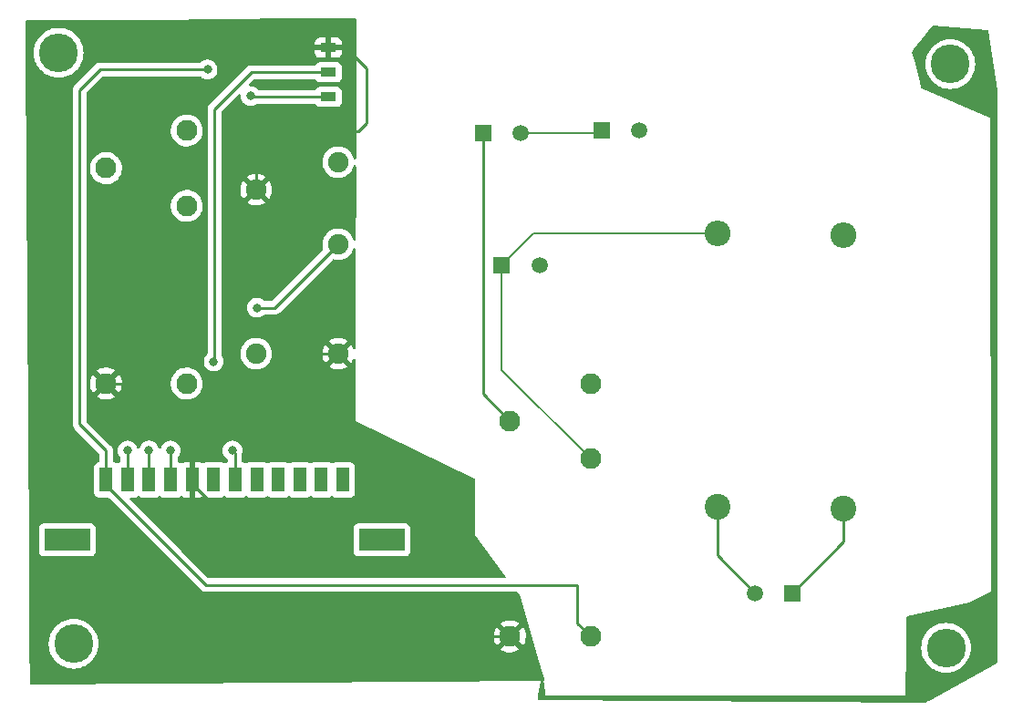
<source format=gbr>
%TF.GenerationSoftware,KiCad,Pcbnew,(6.0.2)*%
%TF.CreationDate,2022-07-14T16:33:34+09:00*%
%TF.ProjectId,Junction,4a756e63-7469-46f6-9e2e-6b696361645f,rev?*%
%TF.SameCoordinates,Original*%
%TF.FileFunction,Copper,L1,Top*%
%TF.FilePolarity,Positive*%
%FSLAX46Y46*%
G04 Gerber Fmt 4.6, Leading zero omitted, Abs format (unit mm)*
G04 Created by KiCad (PCBNEW (6.0.2)) date 2022-07-14 16:33:34*
%MOMM*%
%LPD*%
G01*
G04 APERTURE LIST*
%TA.AperFunction,ComponentPad*%
%ADD10C,2.400000*%
%TD*%
%TA.AperFunction,ComponentPad*%
%ADD11O,2.400000X2.400000*%
%TD*%
%TA.AperFunction,ComponentPad*%
%ADD12R,1.520000X1.520000*%
%TD*%
%TA.AperFunction,ComponentPad*%
%ADD13C,1.520000*%
%TD*%
%TA.AperFunction,ComponentPad*%
%ADD14C,1.905000*%
%TD*%
%TA.AperFunction,ComponentPad*%
%ADD15C,1.950000*%
%TD*%
%TA.AperFunction,SMDPad,CuDef*%
%ADD16R,1.473200X0.889000*%
%TD*%
%TA.AperFunction,SMDPad,CuDef*%
%ADD17R,4.241800X2.057400*%
%TD*%
%TA.AperFunction,SMDPad,CuDef*%
%ADD18R,1.244600X2.260600*%
%TD*%
%TA.AperFunction,ViaPad*%
%ADD19C,3.600000*%
%TD*%
%TA.AperFunction,ViaPad*%
%ADD20C,0.800000*%
%TD*%
%TA.AperFunction,Conductor*%
%ADD21C,0.250000*%
%TD*%
%TA.AperFunction,Conductor*%
%ADD22C,0.200000*%
%TD*%
G04 APERTURE END LIST*
D10*
%TO.P,TSMP-,1*%
%TO.N,--*%
X205500000Y-103950000D03*
D11*
%TO.P,TSMP-,2*%
%TO.N,HV_IN-*%
X205500000Y-78550000D03*
%TD*%
D12*
%TO.P,J5,1,Pin_1*%
%TO.N,--*%
X200750000Y-111745001D03*
D13*
%TO.P,J5,2,Pin_2*%
%TO.N,++*%
X197249999Y-111745001D03*
%TD*%
D12*
%TO.P,J4,1,Pin_1*%
%TO.N,HV_IN-*%
X183000000Y-68755000D03*
D13*
%TO.P,J4,2,Pin_2*%
%TO.N,unconnected-(J2-Pad2)*%
X186500001Y-68755000D03*
%TD*%
D10*
%TO.P,TSMP+,1*%
%TO.N,++*%
X193750000Y-103750000D03*
D11*
%TO.P,TSMP+,2*%
%TO.N,HV_IN+*%
X193750000Y-78350000D03*
%TD*%
D14*
%TO.P,U6,1,1*%
%TO.N,GND*%
X158562250Y-89511300D03*
%TO.P,U6,2,2*%
%TO.N,PUMP_SIGNAL*%
X158562250Y-79351300D03*
%TO.P,U6,3,3*%
%TO.N,unconnected-(U6-Pad3)*%
X158562250Y-71731300D03*
%TO.P,U6,4,4*%
%TO.N,GND*%
X150942250Y-74271300D03*
%TO.P,U6,5,5*%
%TO.N,PUMP*%
X150942250Y-89511300D03*
%TD*%
D12*
%TO.P,J2,1,Pin_1*%
%TO.N,Net-(RELAY_DISCHARGE1-Pad4)*%
X172000000Y-69000000D03*
D13*
%TO.P,J2,2,Pin_2*%
%TO.N,HV_IN-*%
X175500001Y-69000000D03*
%TD*%
D15*
%TO.P,RELAY_DISCHARGE1,1,COIL_1*%
%TO.N,LV_ACTIVE*%
X182000000Y-115775000D03*
%TO.P,RELAY_DISCHARGE1,2,NC*%
%TO.N,HV_IN+*%
X182000000Y-99275000D03*
%TO.P,RELAY_DISCHARGE1,3,NO*%
%TO.N,unconnected-(RELAY_DISCHARGE1-Pad3)*%
X182000000Y-92275000D03*
%TO.P,RELAY_DISCHARGE1,4,COM*%
%TO.N,Net-(RELAY_DISCHARGE1-Pad4)*%
X174500000Y-95775000D03*
%TO.P,RELAY_DISCHARGE1,5,COIL_2*%
%TO.N,GND*%
X174500000Y-115775000D03*
%TD*%
D16*
%TO.P,U1,1,GND*%
%TO.N,GND*%
X157645100Y-61083000D03*
%TO.P,U1,2,VO*%
%TO.N,chul*%
X157645100Y-63373000D03*
%TO.P,U1,3,VI*%
%TO.N,LV_ACTIVE*%
X157645100Y-65663000D03*
%TD*%
D17*
%TO.P,J1,*%
%TO.N,*%
X133396000Y-106809800D03*
X162596000Y-106809800D03*
D18*
%TO.P,J1,1,Pin_1*%
%TO.N,LV_ACTIVE*%
X136996000Y-101229800D03*
%TO.P,J1,2,Pin_2*%
%TO.N,PUMP*%
X138996000Y-101229800D03*
%TO.P,J1,3,Pin_3*%
%TO.N,PUMP_SIGNAL*%
X140996000Y-101229800D03*
%TO.P,J1,4,Pin_4*%
%TO.N,RADIATOR_FAN*%
X142996000Y-101229800D03*
%TO.P,J1,5,Pin_5*%
%TO.N,GND*%
X144996000Y-101229800D03*
%TO.P,J1,6,Pin_6*%
%TO.N,HALL*%
X146996000Y-101229800D03*
%TO.P,J1,7,Pin_7*%
%TO.N,chul*%
X148996000Y-101229800D03*
%TO.P,J1,8,Pin_8*%
%TO.N,unconnected-(J1-Pad8)*%
X150996000Y-101229800D03*
%TO.P,J1,9,Pin_9*%
%TO.N,unconnected-(J1-Pad9)*%
X152996000Y-101229800D03*
%TO.P,J1,10,Pin_10*%
%TO.N,unconnected-(J1-Pad10)*%
X154996000Y-101229800D03*
%TO.P,J1,11,Pin_11*%
%TO.N,unconnected-(J1-Pad11)*%
X156996000Y-101229800D03*
%TO.P,J1,12,Pin_12*%
%TO.N,unconnected-(J1-Pad12)*%
X158996000Y-101229800D03*
%TD*%
D12*
%TO.P,J3,1,Pin_1*%
%TO.N,HV_IN+*%
X173750000Y-81275001D03*
D13*
%TO.P,J3,2,Pin_2*%
%TO.N,unconnected-(J3-Pad2)*%
X177250001Y-81275001D03*
%TD*%
D15*
%TO.P,Fan Relay,1,COIL_1*%
%TO.N,RADIATOR_FAN*%
X144496000Y-92284000D03*
%TO.P,Fan Relay,2,NC*%
%TO.N,unconnected-(RELAY_DISCHARGE2-Pad2)*%
X144496000Y-75784000D03*
%TO.P,Fan Relay,3,NO*%
%TO.N,LV_FAN*%
X144496000Y-68784000D03*
%TO.P,Fan Relay,4,COM*%
%TO.N,FAN_PWR_LEFT*%
X136996000Y-72284000D03*
%TO.P,Fan Relay,5,COIL_2*%
%TO.N,GND*%
X136996000Y-92284000D03*
%TD*%
D19*
%TO.N,*%
X215011000Y-116840000D03*
X133985000Y-116459000D03*
X132588000Y-61567000D03*
X215392000Y-62617000D03*
D20*
%TO.N,GND*%
X170150000Y-115775000D03*
X169896000Y-108409000D03*
%TO.N,LV_ACTIVE*%
X146431000Y-63119000D03*
X150431500Y-65595500D03*
%TO.N,PUMP*%
X138996000Y-98509000D03*
%TO.N,RADIATOR_FAN*%
X142996000Y-98509000D03*
%TO.N,PUMP_SIGNAL*%
X140996000Y-98509000D03*
X150996000Y-85259000D03*
%TO.N,chul*%
X146996000Y-90259000D03*
X148746000Y-98509000D03*
%TD*%
D21*
%TO.N,GND*%
X160401000Y-68834000D02*
X154051000Y-68834000D01*
X142049189Y-95562189D02*
X138771000Y-92284000D01*
X157645100Y-61083000D02*
X159254000Y-61083000D01*
X144996000Y-98509000D02*
X153993700Y-89511300D01*
X159254000Y-61083000D02*
X161163000Y-62992000D01*
X174500000Y-115775000D02*
X170150000Y-115775000D01*
X154051000Y-68834000D02*
X150942250Y-71942750D01*
X150942250Y-71942750D02*
X150942250Y-74271300D01*
X147123578Y-103759000D02*
X144996000Y-101631422D01*
X144996000Y-101631422D02*
X144996000Y-101229800D01*
X161163000Y-62992000D02*
X161163000Y-68072000D01*
X169896000Y-108409000D02*
X165246000Y-103759000D01*
X142049189Y-95562189D02*
X144996000Y-98509000D01*
X161163000Y-68072000D02*
X160401000Y-68834000D01*
X144996000Y-101229800D02*
X144996000Y-98509000D01*
X138771000Y-92284000D02*
X136996000Y-92284000D01*
X153993700Y-89511300D02*
X158562250Y-89511300D01*
X165246000Y-103759000D02*
X147123578Y-103759000D01*
%TO.N,LV_ACTIVE*%
X150431500Y-65595500D02*
X150499000Y-65663000D01*
X134556189Y-96069189D02*
X136996000Y-98509000D01*
X136996000Y-101229800D02*
X136996000Y-101737800D01*
X134556189Y-65021500D02*
X134556189Y-96069189D01*
X182000000Y-115775000D02*
X180771000Y-114546000D01*
X146267200Y-111009000D02*
X180771000Y-111009000D01*
X136996000Y-101737800D02*
X146267200Y-111009000D01*
X180771000Y-114546000D02*
X180771000Y-111009000D01*
X134556189Y-65021500D02*
X136458689Y-63119000D01*
X136458689Y-63119000D02*
X146431000Y-63119000D01*
X150499000Y-65663000D02*
X157645100Y-65663000D01*
X136996000Y-98509000D02*
X136996000Y-101229800D01*
%TO.N,PUMP*%
X138996000Y-101229800D02*
X138996000Y-98509000D01*
%TO.N,RADIATOR_FAN*%
X142996000Y-101229800D02*
X142996000Y-98509000D01*
D22*
%TO.N,HV_IN+*%
X176675001Y-78350000D02*
X173750000Y-81275001D01*
X193750000Y-78350000D02*
X176675001Y-78350000D01*
X182000000Y-99275000D02*
X173750000Y-91025000D01*
X173750000Y-91025000D02*
X173750000Y-81275001D01*
D21*
%TO.N,PUMP_SIGNAL*%
X152654550Y-85259000D02*
X150996000Y-85259000D01*
X158562250Y-79351300D02*
X152654550Y-85259000D01*
X140996000Y-101229800D02*
X140996000Y-98509000D01*
D22*
%TO.N,HV_IN-*%
X182755000Y-69000000D02*
X183000000Y-68755000D01*
X175500001Y-69000000D02*
X182755000Y-69000000D01*
D21*
%TO.N,Net-(RELAY_DISCHARGE1-Pad4)*%
X172000000Y-93275000D02*
X174500000Y-95775000D01*
X172000000Y-69000000D02*
X172000000Y-93275000D01*
%TO.N,chul*%
X147066000Y-90189000D02*
X146996000Y-90259000D01*
X148996000Y-98759000D02*
X148746000Y-98509000D01*
X150495000Y-63373000D02*
X147066000Y-66802000D01*
X157645100Y-63373000D02*
X150495000Y-63373000D01*
X147066000Y-66802000D02*
X147066000Y-90189000D01*
X148996000Y-101229800D02*
X148996000Y-98759000D01*
%TO.N,++*%
X193750000Y-108245002D02*
X197249999Y-111745001D01*
X193750000Y-103750000D02*
X193750000Y-108245002D01*
%TO.N,--*%
X205500000Y-103950000D02*
X205500000Y-106995001D01*
X205500000Y-106995001D02*
X200750000Y-111745001D01*
%TD*%
%TA.AperFunction,Conductor*%
%TO.N,GND*%
G36*
X160215388Y-58403002D02*
G01*
X160261881Y-58456658D01*
X160273266Y-58509427D01*
X160248624Y-65778865D01*
X160230146Y-71230082D01*
X160229726Y-71353908D01*
X160209493Y-71421961D01*
X160155680Y-71468271D01*
X160085373Y-71478137D01*
X160020892Y-71448425D01*
X159981523Y-71384177D01*
X159951303Y-71263868D01*
X159951303Y-71263867D01*
X159950044Y-71258856D01*
X159854247Y-71038537D01*
X159769365Y-70907330D01*
X159726560Y-70841163D01*
X159726558Y-70841160D01*
X159723752Y-70836823D01*
X159562064Y-70659130D01*
X159453322Y-70573251D01*
X159377580Y-70513433D01*
X159377575Y-70513430D01*
X159373526Y-70510232D01*
X159369010Y-70507739D01*
X159369007Y-70507737D01*
X159167724Y-70396623D01*
X159167720Y-70396621D01*
X159163200Y-70394126D01*
X159158331Y-70392402D01*
X159158327Y-70392400D01*
X158941610Y-70315656D01*
X158941606Y-70315655D01*
X158936735Y-70313930D01*
X158931642Y-70313023D01*
X158931639Y-70313022D01*
X158705302Y-70272705D01*
X158705296Y-70272704D01*
X158700213Y-70271799D01*
X158612850Y-70270732D01*
X158465157Y-70268927D01*
X158465155Y-70268927D01*
X158459987Y-70268864D01*
X158222506Y-70305204D01*
X158110253Y-70341894D01*
X157999067Y-70378234D01*
X157999061Y-70378237D01*
X157994149Y-70379842D01*
X157989563Y-70382229D01*
X157989559Y-70382231D01*
X157785643Y-70488384D01*
X157781050Y-70490775D01*
X157588930Y-70635023D01*
X157422949Y-70808712D01*
X157420035Y-70812984D01*
X157291156Y-71001913D01*
X157287564Y-71007178D01*
X157285390Y-71011861D01*
X157285388Y-71011865D01*
X157201719Y-71192116D01*
X157186413Y-71225090D01*
X157122210Y-71456598D01*
X157096681Y-71695482D01*
X157096978Y-71700635D01*
X157096978Y-71700638D01*
X157102681Y-71799541D01*
X157110510Y-71935329D01*
X157111647Y-71940375D01*
X157111648Y-71940381D01*
X157145072Y-72088693D01*
X157163327Y-72169696D01*
X157165269Y-72174478D01*
X157165270Y-72174482D01*
X157204451Y-72270973D01*
X157253713Y-72392290D01*
X157379241Y-72597132D01*
X157536539Y-72778722D01*
X157540514Y-72782022D01*
X157540517Y-72782025D01*
X157578074Y-72813205D01*
X157721383Y-72932183D01*
X157928809Y-73053393D01*
X157933629Y-73055233D01*
X157933634Y-73055236D01*
X158040999Y-73096234D01*
X158153247Y-73139097D01*
X158158313Y-73140128D01*
X158158314Y-73140128D01*
X158214641Y-73151588D01*
X158388669Y-73186994D01*
X158523677Y-73191945D01*
X158623588Y-73195609D01*
X158623592Y-73195609D01*
X158628752Y-73195798D01*
X158633872Y-73195142D01*
X158633874Y-73195142D01*
X158709439Y-73185462D01*
X158867050Y-73165271D01*
X158872001Y-73163786D01*
X158872004Y-73163785D01*
X159092212Y-73097719D01*
X159092211Y-73097719D01*
X159097162Y-73096234D01*
X159312908Y-72990541D01*
X159356324Y-72959573D01*
X159504292Y-72854028D01*
X159508495Y-72851030D01*
X159514637Y-72844910D01*
X159675010Y-72685095D01*
X159678670Y-72681448D01*
X159818863Y-72486349D01*
X159925309Y-72270973D01*
X159980551Y-72089152D01*
X160019492Y-72029788D01*
X160084346Y-72000901D01*
X160154522Y-72011663D01*
X160207740Y-72058656D01*
X160227108Y-72126207D01*
X160217293Y-75021452D01*
X160204239Y-78872443D01*
X160184006Y-78940496D01*
X160130193Y-78986806D01*
X160059886Y-78996672D01*
X159995405Y-78966960D01*
X159956036Y-78902710D01*
X159951305Y-78883873D01*
X159951302Y-78883864D01*
X159950044Y-78878856D01*
X159854247Y-78658537D01*
X159723752Y-78456823D01*
X159562064Y-78279130D01*
X159450662Y-78191150D01*
X159377580Y-78133433D01*
X159377575Y-78133430D01*
X159373526Y-78130232D01*
X159369010Y-78127739D01*
X159369007Y-78127737D01*
X159167724Y-78016623D01*
X159167720Y-78016621D01*
X159163200Y-78014126D01*
X159158331Y-78012402D01*
X159158327Y-78012400D01*
X158941610Y-77935656D01*
X158941606Y-77935655D01*
X158936735Y-77933930D01*
X158931642Y-77933023D01*
X158931639Y-77933022D01*
X158705302Y-77892705D01*
X158705296Y-77892704D01*
X158700213Y-77891799D01*
X158612850Y-77890732D01*
X158465157Y-77888927D01*
X158465155Y-77888927D01*
X158459987Y-77888864D01*
X158222506Y-77925204D01*
X158110253Y-77961894D01*
X157999067Y-77998234D01*
X157999061Y-77998237D01*
X157994149Y-77999842D01*
X157989563Y-78002229D01*
X157989559Y-78002231D01*
X157785643Y-78108384D01*
X157781050Y-78110775D01*
X157588930Y-78255023D01*
X157422949Y-78428712D01*
X157287564Y-78627178D01*
X157285390Y-78631861D01*
X157285388Y-78631865D01*
X157214776Y-78783987D01*
X157186413Y-78845090D01*
X157122210Y-79076598D01*
X157096681Y-79315482D01*
X157110510Y-79555329D01*
X157111647Y-79560375D01*
X157111648Y-79560381D01*
X157159952Y-79774719D01*
X157155416Y-79845571D01*
X157126130Y-79891515D01*
X152429050Y-84588595D01*
X152366738Y-84622621D01*
X152339955Y-84625500D01*
X151704200Y-84625500D01*
X151636079Y-84605498D01*
X151616853Y-84589157D01*
X151616580Y-84589460D01*
X151611668Y-84585037D01*
X151607253Y-84580134D01*
X151585671Y-84564454D01*
X151458094Y-84471763D01*
X151458093Y-84471762D01*
X151452752Y-84467882D01*
X151446724Y-84465198D01*
X151446722Y-84465197D01*
X151284319Y-84392891D01*
X151284318Y-84392891D01*
X151278288Y-84390206D01*
X151184888Y-84370353D01*
X151097944Y-84351872D01*
X151097939Y-84351872D01*
X151091487Y-84350500D01*
X150900513Y-84350500D01*
X150894061Y-84351872D01*
X150894056Y-84351872D01*
X150807112Y-84370353D01*
X150713712Y-84390206D01*
X150707682Y-84392891D01*
X150707681Y-84392891D01*
X150545278Y-84465197D01*
X150545276Y-84465198D01*
X150539248Y-84467882D01*
X150384747Y-84580134D01*
X150380326Y-84585044D01*
X150380325Y-84585045D01*
X150346492Y-84622621D01*
X150256960Y-84722056D01*
X150161473Y-84887444D01*
X150102458Y-85069072D01*
X150082496Y-85259000D01*
X150102458Y-85448928D01*
X150161473Y-85630556D01*
X150256960Y-85795944D01*
X150261378Y-85800851D01*
X150261379Y-85800852D01*
X150343452Y-85892003D01*
X150384747Y-85937866D01*
X150539248Y-86050118D01*
X150545276Y-86052802D01*
X150545278Y-86052803D01*
X150707681Y-86125109D01*
X150713712Y-86127794D01*
X150807112Y-86147647D01*
X150894056Y-86166128D01*
X150894061Y-86166128D01*
X150900513Y-86167500D01*
X151091487Y-86167500D01*
X151097939Y-86166128D01*
X151097944Y-86166128D01*
X151184888Y-86147647D01*
X151278288Y-86127794D01*
X151284319Y-86125109D01*
X151446722Y-86052803D01*
X151446724Y-86052802D01*
X151452752Y-86050118D01*
X151607253Y-85937866D01*
X151611668Y-85932963D01*
X151616580Y-85928540D01*
X151617705Y-85929789D01*
X151671014Y-85896949D01*
X151704200Y-85892500D01*
X152575783Y-85892500D01*
X152586966Y-85893027D01*
X152594459Y-85894702D01*
X152602385Y-85894453D01*
X152602386Y-85894453D01*
X152662536Y-85892562D01*
X152666495Y-85892500D01*
X152694406Y-85892500D01*
X152698341Y-85892003D01*
X152698406Y-85891995D01*
X152710243Y-85891062D01*
X152742501Y-85890048D01*
X152746520Y-85889922D01*
X152754439Y-85889673D01*
X152773893Y-85884021D01*
X152793250Y-85880013D01*
X152805480Y-85878468D01*
X152805481Y-85878468D01*
X152813347Y-85877474D01*
X152820718Y-85874555D01*
X152820720Y-85874555D01*
X152854462Y-85861196D01*
X152865692Y-85857351D01*
X152900533Y-85847229D01*
X152900534Y-85847229D01*
X152908143Y-85845018D01*
X152914962Y-85840985D01*
X152914967Y-85840983D01*
X152925578Y-85834707D01*
X152943326Y-85826012D01*
X152962167Y-85818552D01*
X152997937Y-85792564D01*
X153007857Y-85786048D01*
X153039085Y-85767580D01*
X153039088Y-85767578D01*
X153045912Y-85763542D01*
X153060233Y-85749221D01*
X153075267Y-85736380D01*
X153085244Y-85729131D01*
X153091657Y-85724472D01*
X153119848Y-85690395D01*
X153127838Y-85681616D01*
X158021171Y-80788283D01*
X158083483Y-80754257D01*
X158145425Y-80756383D01*
X158148414Y-80757252D01*
X158153247Y-80759097D01*
X158388669Y-80806994D01*
X158523677Y-80811945D01*
X158623588Y-80815609D01*
X158623592Y-80815609D01*
X158628752Y-80815798D01*
X158633872Y-80815142D01*
X158633874Y-80815142D01*
X158709439Y-80805462D01*
X158867050Y-80785271D01*
X158872001Y-80783786D01*
X158872004Y-80783785D01*
X159092212Y-80717719D01*
X159092211Y-80717719D01*
X159097162Y-80716234D01*
X159312908Y-80610541D01*
X159508495Y-80471030D01*
X159678670Y-80301448D01*
X159818863Y-80106349D01*
X159925309Y-79890973D01*
X159954429Y-79795129D01*
X159993370Y-79735765D01*
X160058224Y-79706878D01*
X160128400Y-79717640D01*
X160181618Y-79764633D01*
X160200986Y-79832184D01*
X160170644Y-88783147D01*
X160170109Y-88940885D01*
X160149876Y-89008938D01*
X160096063Y-89055248D01*
X160025756Y-89065114D01*
X159961275Y-89035402D01*
X159928560Y-88990700D01*
X159855866Y-88823513D01*
X159850999Y-88814436D01*
X159769441Y-88688369D01*
X159758755Y-88679167D01*
X159749190Y-88683570D01*
X158934272Y-89498488D01*
X158926658Y-89512432D01*
X158926789Y-89514265D01*
X158931040Y-89520880D01*
X159746172Y-90336012D01*
X159758182Y-90342571D01*
X159769921Y-90333603D01*
X159815415Y-90270291D01*
X159820726Y-90261452D01*
X159922549Y-90055428D01*
X159923023Y-90054230D01*
X159923345Y-90053818D01*
X159924842Y-90050788D01*
X159925467Y-90051097D01*
X159966695Y-89998254D01*
X160033696Y-89974775D01*
X160102756Y-89991247D01*
X160151947Y-90042440D01*
X160166176Y-90101035D01*
X160153738Y-93770396D01*
X160147000Y-95758000D01*
X160162746Y-95765627D01*
X171174926Y-101099574D01*
X171227515Y-101147271D01*
X171246000Y-101212972D01*
X171246000Y-106384000D01*
X171254723Y-106395592D01*
X174097773Y-110173739D01*
X174122750Y-110240197D01*
X174107832Y-110309609D01*
X174057756Y-110359936D01*
X173997094Y-110375500D01*
X146581794Y-110375500D01*
X146513673Y-110355498D01*
X146492699Y-110338595D01*
X144040738Y-107886634D01*
X159966600Y-107886634D01*
X159973355Y-107948816D01*
X160024485Y-108085205D01*
X160111839Y-108201761D01*
X160228395Y-108289115D01*
X160364784Y-108340245D01*
X160426966Y-108347000D01*
X164765034Y-108347000D01*
X164827216Y-108340245D01*
X164963605Y-108289115D01*
X165080161Y-108201761D01*
X165167515Y-108085205D01*
X165218645Y-107948816D01*
X165225400Y-107886634D01*
X165225400Y-105732966D01*
X165218645Y-105670784D01*
X165167515Y-105534395D01*
X165080161Y-105417839D01*
X164963605Y-105330485D01*
X164827216Y-105279355D01*
X164765034Y-105272600D01*
X160426966Y-105272600D01*
X160364784Y-105279355D01*
X160228395Y-105330485D01*
X160111839Y-105417839D01*
X160024485Y-105534395D01*
X159973355Y-105670784D01*
X159966600Y-105732966D01*
X159966600Y-107886634D01*
X144040738Y-107886634D01*
X139237800Y-103083695D01*
X139203774Y-103021383D01*
X139208839Y-102950568D01*
X139251386Y-102893732D01*
X139317906Y-102868921D01*
X139326895Y-102868600D01*
X139666434Y-102868600D01*
X139728616Y-102861845D01*
X139865005Y-102810715D01*
X139920437Y-102769171D01*
X139986941Y-102744324D01*
X140056323Y-102759377D01*
X140071555Y-102769165D01*
X140126995Y-102810715D01*
X140263384Y-102861845D01*
X140325566Y-102868600D01*
X141666434Y-102868600D01*
X141728616Y-102861845D01*
X141865005Y-102810715D01*
X141920437Y-102769171D01*
X141986941Y-102744324D01*
X142056323Y-102759377D01*
X142071555Y-102769165D01*
X142126995Y-102810715D01*
X142263384Y-102861845D01*
X142325566Y-102868600D01*
X143666434Y-102868600D01*
X143728616Y-102861845D01*
X143865005Y-102810715D01*
X143920852Y-102768860D01*
X143987358Y-102744012D01*
X144056741Y-102759065D01*
X144071982Y-102768860D01*
X144120051Y-102804886D01*
X144135646Y-102813424D01*
X144256094Y-102858578D01*
X144271349Y-102862205D01*
X144322214Y-102867731D01*
X144329028Y-102868100D01*
X144723885Y-102868100D01*
X144739124Y-102863625D01*
X144740329Y-102862235D01*
X144742000Y-102854552D01*
X144742000Y-102849984D01*
X145250000Y-102849984D01*
X145254475Y-102865223D01*
X145255865Y-102866428D01*
X145263548Y-102868099D01*
X145662969Y-102868099D01*
X145669790Y-102867729D01*
X145720652Y-102862205D01*
X145735904Y-102858579D01*
X145856354Y-102813424D01*
X145871949Y-102804886D01*
X145920018Y-102768860D01*
X145986525Y-102744012D01*
X146055907Y-102759065D01*
X146071149Y-102768860D01*
X146126995Y-102810715D01*
X146263384Y-102861845D01*
X146325566Y-102868600D01*
X147666434Y-102868600D01*
X147728616Y-102861845D01*
X147865005Y-102810715D01*
X147920437Y-102769171D01*
X147986941Y-102744324D01*
X148056323Y-102759377D01*
X148071555Y-102769165D01*
X148126995Y-102810715D01*
X148263384Y-102861845D01*
X148325566Y-102868600D01*
X149666434Y-102868600D01*
X149728616Y-102861845D01*
X149865005Y-102810715D01*
X149920437Y-102769171D01*
X149986941Y-102744324D01*
X150056323Y-102759377D01*
X150071555Y-102769165D01*
X150126995Y-102810715D01*
X150263384Y-102861845D01*
X150325566Y-102868600D01*
X151666434Y-102868600D01*
X151728616Y-102861845D01*
X151865005Y-102810715D01*
X151920437Y-102769171D01*
X151986941Y-102744324D01*
X152056323Y-102759377D01*
X152071555Y-102769165D01*
X152126995Y-102810715D01*
X152263384Y-102861845D01*
X152325566Y-102868600D01*
X153666434Y-102868600D01*
X153728616Y-102861845D01*
X153865005Y-102810715D01*
X153920437Y-102769171D01*
X153986941Y-102744324D01*
X154056323Y-102759377D01*
X154071555Y-102769165D01*
X154126995Y-102810715D01*
X154263384Y-102861845D01*
X154325566Y-102868600D01*
X155666434Y-102868600D01*
X155728616Y-102861845D01*
X155865005Y-102810715D01*
X155920437Y-102769171D01*
X155986941Y-102744324D01*
X156056323Y-102759377D01*
X156071555Y-102769165D01*
X156126995Y-102810715D01*
X156263384Y-102861845D01*
X156325566Y-102868600D01*
X157666434Y-102868600D01*
X157728616Y-102861845D01*
X157865005Y-102810715D01*
X157920437Y-102769171D01*
X157986941Y-102744324D01*
X158056323Y-102759377D01*
X158071555Y-102769165D01*
X158126995Y-102810715D01*
X158263384Y-102861845D01*
X158325566Y-102868600D01*
X159666434Y-102868600D01*
X159728616Y-102861845D01*
X159865005Y-102810715D01*
X159981561Y-102723361D01*
X160068915Y-102606805D01*
X160120045Y-102470416D01*
X160126800Y-102408234D01*
X160126800Y-100051366D01*
X160120045Y-99989184D01*
X160068915Y-99852795D01*
X159981561Y-99736239D01*
X159865005Y-99648885D01*
X159728616Y-99597755D01*
X159666434Y-99591000D01*
X158325566Y-99591000D01*
X158263384Y-99597755D01*
X158126995Y-99648885D01*
X158071563Y-99690429D01*
X158005059Y-99715276D01*
X157935677Y-99700223D01*
X157920445Y-99690435D01*
X157865005Y-99648885D01*
X157728616Y-99597755D01*
X157666434Y-99591000D01*
X156325566Y-99591000D01*
X156263384Y-99597755D01*
X156126995Y-99648885D01*
X156071563Y-99690429D01*
X156005059Y-99715276D01*
X155935677Y-99700223D01*
X155920445Y-99690435D01*
X155865005Y-99648885D01*
X155728616Y-99597755D01*
X155666434Y-99591000D01*
X154325566Y-99591000D01*
X154263384Y-99597755D01*
X154126995Y-99648885D01*
X154071563Y-99690429D01*
X154005059Y-99715276D01*
X153935677Y-99700223D01*
X153920445Y-99690435D01*
X153865005Y-99648885D01*
X153728616Y-99597755D01*
X153666434Y-99591000D01*
X152325566Y-99591000D01*
X152263384Y-99597755D01*
X152126995Y-99648885D01*
X152071563Y-99690429D01*
X152005059Y-99715276D01*
X151935677Y-99700223D01*
X151920445Y-99690435D01*
X151865005Y-99648885D01*
X151728616Y-99597755D01*
X151666434Y-99591000D01*
X150325566Y-99591000D01*
X150263384Y-99597755D01*
X150126995Y-99648885D01*
X150071563Y-99690429D01*
X150005059Y-99715276D01*
X149935677Y-99700223D01*
X149920445Y-99690435D01*
X149865005Y-99648885D01*
X149728616Y-99597755D01*
X149724794Y-99597340D01*
X149664709Y-99563016D01*
X149631888Y-99500062D01*
X149629500Y-99475649D01*
X149629500Y-98837763D01*
X149630027Y-98826579D01*
X149631701Y-98819091D01*
X149629640Y-98753509D01*
X149635744Y-98710618D01*
X149637502Y-98705207D01*
X149637502Y-98705205D01*
X149639542Y-98698928D01*
X149643008Y-98665956D01*
X149658814Y-98515565D01*
X149659504Y-98509000D01*
X149643640Y-98358064D01*
X149640232Y-98325635D01*
X149640232Y-98325633D01*
X149639542Y-98319072D01*
X149580527Y-98137444D01*
X149565853Y-98112027D01*
X149488341Y-97977774D01*
X149485040Y-97972056D01*
X149357253Y-97830134D01*
X149202752Y-97717882D01*
X149196724Y-97715198D01*
X149196722Y-97715197D01*
X149034319Y-97642891D01*
X149034318Y-97642891D01*
X149028288Y-97640206D01*
X148934887Y-97620353D01*
X148847944Y-97601872D01*
X148847939Y-97601872D01*
X148841487Y-97600500D01*
X148650513Y-97600500D01*
X148644061Y-97601872D01*
X148644056Y-97601872D01*
X148557112Y-97620353D01*
X148463712Y-97640206D01*
X148457682Y-97642891D01*
X148457681Y-97642891D01*
X148295278Y-97715197D01*
X148295276Y-97715198D01*
X148289248Y-97717882D01*
X148134747Y-97830134D01*
X148006960Y-97972056D01*
X148003659Y-97977774D01*
X147926148Y-98112027D01*
X147911473Y-98137444D01*
X147852458Y-98319072D01*
X147851768Y-98325633D01*
X147851768Y-98325635D01*
X147848360Y-98358064D01*
X147832496Y-98509000D01*
X147833186Y-98515565D01*
X147848993Y-98665956D01*
X147852458Y-98698928D01*
X147911473Y-98880556D01*
X148006960Y-99045944D01*
X148134747Y-99187866D01*
X148289248Y-99300118D01*
X148295276Y-99302802D01*
X148299504Y-99305243D01*
X148348495Y-99356627D01*
X148362500Y-99414360D01*
X148362500Y-99475649D01*
X148342498Y-99543770D01*
X148288842Y-99590263D01*
X148268720Y-99597175D01*
X148263384Y-99597755D01*
X148126995Y-99648885D01*
X148071563Y-99690429D01*
X148005059Y-99715276D01*
X147935677Y-99700223D01*
X147920445Y-99690435D01*
X147865005Y-99648885D01*
X147728616Y-99597755D01*
X147666434Y-99591000D01*
X146325566Y-99591000D01*
X146263384Y-99597755D01*
X146126995Y-99648885D01*
X146078096Y-99685533D01*
X146071148Y-99690740D01*
X146004642Y-99715588D01*
X145935259Y-99700535D01*
X145920018Y-99690740D01*
X145871949Y-99654714D01*
X145856354Y-99646176D01*
X145735906Y-99601022D01*
X145720651Y-99597395D01*
X145669786Y-99591869D01*
X145662972Y-99591500D01*
X145268115Y-99591500D01*
X145252876Y-99595975D01*
X145251671Y-99597365D01*
X145250000Y-99605048D01*
X145250000Y-102849984D01*
X144742000Y-102849984D01*
X144742000Y-99609616D01*
X144737525Y-99594377D01*
X144736135Y-99593172D01*
X144728452Y-99591501D01*
X144329031Y-99591501D01*
X144322210Y-99591871D01*
X144271348Y-99597395D01*
X144256096Y-99601021D01*
X144135646Y-99646176D01*
X144120051Y-99654714D01*
X144071982Y-99690740D01*
X144005475Y-99715588D01*
X143936093Y-99700535D01*
X143920852Y-99690740D01*
X143913904Y-99685533D01*
X143865005Y-99648885D01*
X143728616Y-99597755D01*
X143724794Y-99597340D01*
X143664709Y-99563016D01*
X143631888Y-99500062D01*
X143629500Y-99475649D01*
X143629500Y-99211524D01*
X143649502Y-99143403D01*
X143661858Y-99127221D01*
X143735040Y-99045944D01*
X143830527Y-98880556D01*
X143889542Y-98698928D01*
X143893008Y-98665956D01*
X143908814Y-98515565D01*
X143909504Y-98509000D01*
X143893640Y-98358064D01*
X143890232Y-98325635D01*
X143890232Y-98325633D01*
X143889542Y-98319072D01*
X143830527Y-98137444D01*
X143815853Y-98112027D01*
X143738341Y-97977774D01*
X143735040Y-97972056D01*
X143607253Y-97830134D01*
X143452752Y-97717882D01*
X143446724Y-97715198D01*
X143446722Y-97715197D01*
X143284319Y-97642891D01*
X143284318Y-97642891D01*
X143278288Y-97640206D01*
X143184887Y-97620353D01*
X143097944Y-97601872D01*
X143097939Y-97601872D01*
X143091487Y-97600500D01*
X142900513Y-97600500D01*
X142894061Y-97601872D01*
X142894056Y-97601872D01*
X142807112Y-97620353D01*
X142713712Y-97640206D01*
X142707682Y-97642891D01*
X142707681Y-97642891D01*
X142545278Y-97715197D01*
X142545276Y-97715198D01*
X142539248Y-97717882D01*
X142384747Y-97830134D01*
X142256960Y-97972056D01*
X142253659Y-97977774D01*
X142176148Y-98112027D01*
X142161473Y-98137444D01*
X142131583Y-98229437D01*
X142115833Y-98277909D01*
X142075759Y-98336514D01*
X142010363Y-98364151D01*
X141940406Y-98352044D01*
X141888100Y-98304038D01*
X141876167Y-98277909D01*
X141860418Y-98229437D01*
X141830527Y-98137444D01*
X141815853Y-98112027D01*
X141738341Y-97977774D01*
X141735040Y-97972056D01*
X141607253Y-97830134D01*
X141452752Y-97717882D01*
X141446724Y-97715198D01*
X141446722Y-97715197D01*
X141284319Y-97642891D01*
X141284318Y-97642891D01*
X141278288Y-97640206D01*
X141184887Y-97620353D01*
X141097944Y-97601872D01*
X141097939Y-97601872D01*
X141091487Y-97600500D01*
X140900513Y-97600500D01*
X140894061Y-97601872D01*
X140894056Y-97601872D01*
X140807112Y-97620353D01*
X140713712Y-97640206D01*
X140707682Y-97642891D01*
X140707681Y-97642891D01*
X140545278Y-97715197D01*
X140545276Y-97715198D01*
X140539248Y-97717882D01*
X140384747Y-97830134D01*
X140256960Y-97972056D01*
X140253659Y-97977774D01*
X140176148Y-98112027D01*
X140161473Y-98137444D01*
X140131583Y-98229437D01*
X140115833Y-98277909D01*
X140075759Y-98336514D01*
X140010363Y-98364151D01*
X139940406Y-98352044D01*
X139888100Y-98304038D01*
X139876167Y-98277909D01*
X139860418Y-98229437D01*
X139830527Y-98137444D01*
X139815853Y-98112027D01*
X139738341Y-97977774D01*
X139735040Y-97972056D01*
X139607253Y-97830134D01*
X139452752Y-97717882D01*
X139446724Y-97715198D01*
X139446722Y-97715197D01*
X139284319Y-97642891D01*
X139284318Y-97642891D01*
X139278288Y-97640206D01*
X139184887Y-97620353D01*
X139097944Y-97601872D01*
X139097939Y-97601872D01*
X139091487Y-97600500D01*
X138900513Y-97600500D01*
X138894061Y-97601872D01*
X138894056Y-97601872D01*
X138807112Y-97620353D01*
X138713712Y-97640206D01*
X138707682Y-97642891D01*
X138707681Y-97642891D01*
X138545278Y-97715197D01*
X138545276Y-97715198D01*
X138539248Y-97717882D01*
X138384747Y-97830134D01*
X138256960Y-97972056D01*
X138253659Y-97977774D01*
X138176148Y-98112027D01*
X138161473Y-98137444D01*
X138102458Y-98319072D01*
X138101768Y-98325633D01*
X138101768Y-98325635D01*
X138098360Y-98358064D01*
X138082496Y-98509000D01*
X138083186Y-98515565D01*
X138098993Y-98665956D01*
X138102458Y-98698928D01*
X138161473Y-98880556D01*
X138256960Y-99045944D01*
X138330137Y-99127215D01*
X138360853Y-99191221D01*
X138362500Y-99211524D01*
X138362500Y-99475649D01*
X138342498Y-99543770D01*
X138288842Y-99590263D01*
X138268720Y-99597175D01*
X138263384Y-99597755D01*
X138126995Y-99648885D01*
X138071563Y-99690429D01*
X138005059Y-99715276D01*
X137935677Y-99700223D01*
X137920445Y-99690435D01*
X137865005Y-99648885D01*
X137728616Y-99597755D01*
X137724794Y-99597340D01*
X137664709Y-99563016D01*
X137631888Y-99500062D01*
X137629500Y-99475649D01*
X137629500Y-98587767D01*
X137630027Y-98576584D01*
X137631702Y-98569091D01*
X137629562Y-98501000D01*
X137629500Y-98497043D01*
X137629500Y-98469144D01*
X137628996Y-98465153D01*
X137628063Y-98453311D01*
X137626923Y-98417036D01*
X137626674Y-98409111D01*
X137624462Y-98401497D01*
X137624461Y-98401492D01*
X137621023Y-98389659D01*
X137617012Y-98370295D01*
X137615467Y-98358064D01*
X137614474Y-98350203D01*
X137611557Y-98342836D01*
X137611556Y-98342831D01*
X137598198Y-98309092D01*
X137594354Y-98297865D01*
X137584230Y-98263022D01*
X137582018Y-98255407D01*
X137571707Y-98237972D01*
X137563012Y-98220224D01*
X137555552Y-98201383D01*
X137529564Y-98165613D01*
X137523048Y-98155693D01*
X137504580Y-98124465D01*
X137504578Y-98124462D01*
X137500542Y-98117638D01*
X137486221Y-98103317D01*
X137473380Y-98088283D01*
X137466131Y-98078306D01*
X137461472Y-98071893D01*
X137427395Y-98043702D01*
X137418616Y-98035712D01*
X135226594Y-95843689D01*
X135192568Y-95781377D01*
X135189689Y-95754594D01*
X135189689Y-93500624D01*
X136144621Y-93500624D01*
X136148988Y-93506774D01*
X136348563Y-93623397D01*
X136357846Y-93627844D01*
X136576007Y-93711152D01*
X136585905Y-93714028D01*
X136814744Y-93760585D01*
X136824972Y-93761804D01*
X137058340Y-93770362D01*
X137068626Y-93769895D01*
X137300262Y-93740222D01*
X137310340Y-93738080D01*
X137534014Y-93670974D01*
X137543612Y-93667212D01*
X137753324Y-93564476D01*
X137762169Y-93559203D01*
X137834869Y-93507347D01*
X137843270Y-93496646D01*
X137836283Y-93483493D01*
X137008812Y-92656022D01*
X136994868Y-92648408D01*
X136993035Y-92648539D01*
X136986420Y-92652790D01*
X136151881Y-93487329D01*
X136144621Y-93500624D01*
X135189689Y-93500624D01*
X135189689Y-92252799D01*
X135508658Y-92252799D01*
X135522102Y-92485942D01*
X135523535Y-92496144D01*
X135574873Y-92723949D01*
X135577956Y-92733789D01*
X135665814Y-92950156D01*
X135670457Y-92959347D01*
X135771555Y-93124325D01*
X135782011Y-93133785D01*
X135790789Y-93130001D01*
X136623978Y-92296812D01*
X136630356Y-92285132D01*
X137360408Y-92285132D01*
X137360539Y-92286965D01*
X137364790Y-92293580D01*
X138196045Y-93124835D01*
X138208055Y-93131394D01*
X138219794Y-93122426D01*
X138268518Y-93054619D01*
X138273829Y-93045780D01*
X138377291Y-92836442D01*
X138381089Y-92826849D01*
X138448974Y-92603413D01*
X138451151Y-92593343D01*
X138481869Y-92360015D01*
X138482388Y-92353340D01*
X138484001Y-92287364D01*
X138483807Y-92280647D01*
X138481093Y-92247631D01*
X143007860Y-92247631D01*
X143008157Y-92252783D01*
X143008157Y-92252787D01*
X143019558Y-92450499D01*
X143021903Y-92491171D01*
X143023040Y-92496217D01*
X143023041Y-92496223D01*
X143046107Y-92598575D01*
X143075533Y-92729147D01*
X143077475Y-92733929D01*
X143077476Y-92733933D01*
X143165275Y-92950156D01*
X143167311Y-92955169D01*
X143294772Y-93163166D01*
X143454492Y-93347553D01*
X143642183Y-93503377D01*
X143852804Y-93626453D01*
X144080698Y-93713478D01*
X144085764Y-93714509D01*
X144085765Y-93714509D01*
X144314667Y-93761080D01*
X144314671Y-93761080D01*
X144319746Y-93762113D01*
X144324922Y-93762303D01*
X144324924Y-93762303D01*
X144558363Y-93770863D01*
X144558367Y-93770863D01*
X144563527Y-93771052D01*
X144568647Y-93770396D01*
X144568649Y-93770396D01*
X144645377Y-93760567D01*
X144805494Y-93740055D01*
X144810443Y-93738570D01*
X144810449Y-93738569D01*
X145034200Y-93671440D01*
X145034199Y-93671440D01*
X145039150Y-93669955D01*
X145258219Y-93562634D01*
X145262424Y-93559634D01*
X145262430Y-93559631D01*
X145452614Y-93423974D01*
X145452616Y-93423972D01*
X145456818Y-93420975D01*
X145629614Y-93248781D01*
X145771966Y-93050677D01*
X145774387Y-93045780D01*
X145877756Y-92836626D01*
X145877757Y-92836624D01*
X145880050Y-92831984D01*
X145935786Y-92648539D01*
X145949462Y-92603527D01*
X145949463Y-92603521D01*
X145950966Y-92598575D01*
X145982807Y-92356717D01*
X145984584Y-92284000D01*
X145964596Y-92040876D01*
X145905167Y-91804280D01*
X145807894Y-91580568D01*
X145714888Y-91436802D01*
X145678200Y-91380091D01*
X145678198Y-91380088D01*
X145675390Y-91375748D01*
X145635470Y-91331876D01*
X145514690Y-91199141D01*
X145514688Y-91199140D01*
X145511212Y-91195319D01*
X145507161Y-91192120D01*
X145507157Y-91192116D01*
X145323825Y-91047329D01*
X145323821Y-91047327D01*
X145319770Y-91044127D01*
X145290370Y-91027897D01*
X145263759Y-91013207D01*
X145106205Y-90926233D01*
X145101336Y-90924509D01*
X145101332Y-90924507D01*
X144881127Y-90846528D01*
X144881123Y-90846527D01*
X144876252Y-90844802D01*
X144871159Y-90843895D01*
X144871156Y-90843894D01*
X144641177Y-90802928D01*
X144641171Y-90802927D01*
X144636088Y-90802022D01*
X144556380Y-90801048D01*
X144397332Y-90799105D01*
X144397330Y-90799105D01*
X144392162Y-90799042D01*
X144151024Y-90835941D01*
X143919150Y-90911729D01*
X143702769Y-91024370D01*
X143698636Y-91027473D01*
X143698633Y-91027475D01*
X143512138Y-91167500D01*
X143507690Y-91170840D01*
X143339153Y-91347204D01*
X143336239Y-91351476D01*
X143336238Y-91351477D01*
X143316719Y-91380091D01*
X143201684Y-91548726D01*
X143098974Y-91769995D01*
X143033783Y-92005067D01*
X143007860Y-92247631D01*
X138481093Y-92247631D01*
X138464525Y-92046108D01*
X138462842Y-92035946D01*
X138405952Y-91809453D01*
X138402634Y-91799706D01*
X138309513Y-91585542D01*
X138304646Y-91576467D01*
X138219465Y-91444796D01*
X138208779Y-91435593D01*
X138199214Y-91439996D01*
X137368022Y-92271188D01*
X137360408Y-92285132D01*
X136630356Y-92285132D01*
X136631592Y-92282868D01*
X136631461Y-92281035D01*
X136627210Y-92274420D01*
X135795892Y-91443102D01*
X135784356Y-91436802D01*
X135772073Y-91446426D01*
X135705036Y-91544698D01*
X135699943Y-91553662D01*
X135601619Y-91765483D01*
X135598062Y-91775151D01*
X135535657Y-92000178D01*
X135533726Y-92010298D01*
X135508910Y-92242510D01*
X135508658Y-92252799D01*
X135189689Y-92252799D01*
X135189689Y-91071142D01*
X136147938Y-91071142D01*
X136154684Y-91083474D01*
X136983188Y-91911978D01*
X136997132Y-91919592D01*
X136998965Y-91919461D01*
X137005580Y-91915210D01*
X137838391Y-91082399D01*
X137845412Y-91069543D01*
X137837639Y-91058875D01*
X137823548Y-91047746D01*
X137814970Y-91042047D01*
X137610526Y-90929189D01*
X137601126Y-90924964D01*
X137380993Y-90847011D01*
X137371036Y-90844381D01*
X137141129Y-90803427D01*
X137130878Y-90802458D01*
X136897367Y-90799605D01*
X136887083Y-90800325D01*
X136656253Y-90835647D01*
X136646225Y-90838036D01*
X136424263Y-90910584D01*
X136414753Y-90914581D01*
X136207624Y-91022405D01*
X136198904Y-91027897D01*
X136156391Y-91059817D01*
X136147938Y-91071142D01*
X135189689Y-91071142D01*
X135189689Y-90259000D01*
X146082496Y-90259000D01*
X146083186Y-90265565D01*
X146091506Y-90344721D01*
X146102458Y-90448928D01*
X146161473Y-90630556D01*
X146256960Y-90795944D01*
X146261378Y-90800851D01*
X146261379Y-90800852D01*
X146376523Y-90928732D01*
X146384747Y-90937866D01*
X146435362Y-90974640D01*
X146508664Y-91027897D01*
X146539248Y-91050118D01*
X146545276Y-91052802D01*
X146545278Y-91052803D01*
X146614167Y-91083474D01*
X146713712Y-91127794D01*
X146807112Y-91147647D01*
X146894056Y-91166128D01*
X146894061Y-91166128D01*
X146900513Y-91167500D01*
X147091487Y-91167500D01*
X147097939Y-91166128D01*
X147097944Y-91166128D01*
X147184888Y-91147647D01*
X147278288Y-91127794D01*
X147377833Y-91083474D01*
X147446722Y-91052803D01*
X147446724Y-91052802D01*
X147452752Y-91050118D01*
X147483337Y-91027897D01*
X147556638Y-90974640D01*
X147607253Y-90937866D01*
X147615477Y-90928732D01*
X147730621Y-90800852D01*
X147730622Y-90800851D01*
X147735040Y-90795944D01*
X147830527Y-90630556D01*
X147889542Y-90448928D01*
X147900495Y-90344721D01*
X147908814Y-90265565D01*
X147909504Y-90259000D01*
X147899864Y-90167276D01*
X147890232Y-90075635D01*
X147890232Y-90075633D01*
X147889542Y-90069072D01*
X147830527Y-89887444D01*
X147735040Y-89722056D01*
X147730621Y-89717148D01*
X147726739Y-89711805D01*
X147728147Y-89710782D01*
X147701147Y-89654526D01*
X147699500Y-89634218D01*
X147699500Y-89475482D01*
X149476681Y-89475482D01*
X149476978Y-89480635D01*
X149476978Y-89480638D01*
X149482682Y-89579562D01*
X149490510Y-89715329D01*
X149491647Y-89720375D01*
X149491648Y-89720381D01*
X149514347Y-89821104D01*
X149543327Y-89949696D01*
X149545269Y-89954478D01*
X149545270Y-89954482D01*
X149594465Y-90075635D01*
X149633713Y-90172290D01*
X149759241Y-90377132D01*
X149916539Y-90558722D01*
X150101383Y-90712183D01*
X150308809Y-90833393D01*
X150313629Y-90835233D01*
X150313634Y-90835236D01*
X150420999Y-90876234D01*
X150533247Y-90919097D01*
X150538313Y-90920128D01*
X150538314Y-90920128D01*
X150580605Y-90928732D01*
X150768669Y-90966994D01*
X150903677Y-90971945D01*
X151003588Y-90975609D01*
X151003592Y-90975609D01*
X151008752Y-90975798D01*
X151013872Y-90975142D01*
X151013874Y-90975142D01*
X151089439Y-90965462D01*
X151247050Y-90945271D01*
X151252001Y-90943786D01*
X151252004Y-90943785D01*
X151472212Y-90877719D01*
X151472211Y-90877719D01*
X151477162Y-90876234D01*
X151692908Y-90770541D01*
X151697727Y-90767104D01*
X151775086Y-90711924D01*
X157726862Y-90711924D01*
X157730364Y-90716851D01*
X157924568Y-90830335D01*
X157933851Y-90834782D01*
X158148556Y-90916770D01*
X158158458Y-90919647D01*
X158383652Y-90965463D01*
X158393904Y-90966686D01*
X158623566Y-90975107D01*
X158633852Y-90974640D01*
X158861815Y-90945437D01*
X158871901Y-90943294D01*
X159092029Y-90877252D01*
X159101624Y-90873491D01*
X159308000Y-90772389D01*
X159316866Y-90767104D01*
X159384987Y-90718513D01*
X159393388Y-90707813D01*
X159386400Y-90694660D01*
X158575062Y-89883322D01*
X158561118Y-89875708D01*
X158559285Y-89875839D01*
X158552670Y-89880090D01*
X157734110Y-90698650D01*
X157726862Y-90711924D01*
X151775086Y-90711924D01*
X151884292Y-90634028D01*
X151888495Y-90631030D01*
X152058670Y-90461448D01*
X152198863Y-90266349D01*
X152305309Y-90050973D01*
X152328460Y-89974775D01*
X152373645Y-89826056D01*
X152373646Y-89826050D01*
X152375149Y-89821104D01*
X152406507Y-89582914D01*
X152408257Y-89511300D01*
X152405737Y-89480651D01*
X157097479Y-89480651D01*
X157110709Y-89710090D01*
X157112145Y-89720311D01*
X157162670Y-89944504D01*
X157165749Y-89954332D01*
X157252217Y-90167276D01*
X157256860Y-90176467D01*
X157354169Y-90335261D01*
X157364626Y-90344721D01*
X157373402Y-90340938D01*
X158190228Y-89524112D01*
X158197842Y-89510168D01*
X158197711Y-89508335D01*
X158193460Y-89501720D01*
X157378335Y-88686595D01*
X157366799Y-88680295D01*
X157354516Y-88689919D01*
X157290920Y-88783147D01*
X157285821Y-88792121D01*
X157189063Y-89000569D01*
X157185500Y-89010256D01*
X157124085Y-89231709D01*
X157122154Y-89241829D01*
X157097731Y-89470363D01*
X157097479Y-89480651D01*
X152405737Y-89480651D01*
X152388572Y-89271863D01*
X152330044Y-89038856D01*
X152234247Y-88818537D01*
X152103752Y-88616823D01*
X151942064Y-88439130D01*
X151798462Y-88325720D01*
X151784272Y-88314513D01*
X157730259Y-88314513D01*
X157737003Y-88326843D01*
X158549438Y-89139278D01*
X158563382Y-89146892D01*
X158565215Y-89146761D01*
X158571830Y-89142510D01*
X159388620Y-88325720D01*
X159395640Y-88312864D01*
X159387865Y-88302194D01*
X159377311Y-88293858D01*
X159368718Y-88288149D01*
X159167528Y-88177086D01*
X159158116Y-88172856D01*
X158941482Y-88096141D01*
X158931511Y-88093507D01*
X158705255Y-88053205D01*
X158695002Y-88052236D01*
X158465192Y-88049428D01*
X158454908Y-88050148D01*
X158227734Y-88084910D01*
X158217707Y-88087299D01*
X157999262Y-88158698D01*
X157989753Y-88162695D01*
X157785903Y-88268813D01*
X157777185Y-88274302D01*
X157738712Y-88303188D01*
X157730259Y-88314513D01*
X151784272Y-88314513D01*
X151757580Y-88293433D01*
X151757575Y-88293430D01*
X151753526Y-88290232D01*
X151749010Y-88287739D01*
X151749007Y-88287737D01*
X151547724Y-88176623D01*
X151547720Y-88176621D01*
X151543200Y-88174126D01*
X151538331Y-88172402D01*
X151538327Y-88172400D01*
X151321610Y-88095656D01*
X151321606Y-88095655D01*
X151316735Y-88093930D01*
X151311642Y-88093023D01*
X151311639Y-88093022D01*
X151085302Y-88052705D01*
X151085296Y-88052704D01*
X151080213Y-88051799D01*
X150992850Y-88050732D01*
X150845157Y-88048927D01*
X150845155Y-88048927D01*
X150839987Y-88048864D01*
X150602506Y-88085204D01*
X150490253Y-88121894D01*
X150379067Y-88158234D01*
X150379061Y-88158237D01*
X150374149Y-88159842D01*
X150369563Y-88162229D01*
X150369559Y-88162231D01*
X150165643Y-88268384D01*
X150161050Y-88270775D01*
X150138459Y-88287737D01*
X150086375Y-88326843D01*
X149968930Y-88415023D01*
X149802949Y-88588712D01*
X149667564Y-88787178D01*
X149665390Y-88791861D01*
X149665388Y-88791865D01*
X149568592Y-89000395D01*
X149566413Y-89005090D01*
X149502210Y-89236598D01*
X149476681Y-89475482D01*
X147699500Y-89475482D01*
X147699500Y-75471924D01*
X150106862Y-75471924D01*
X150110364Y-75476851D01*
X150304568Y-75590335D01*
X150313851Y-75594782D01*
X150528556Y-75676770D01*
X150538458Y-75679647D01*
X150763652Y-75725463D01*
X150773904Y-75726686D01*
X151003566Y-75735107D01*
X151013852Y-75734640D01*
X151241815Y-75705437D01*
X151251901Y-75703294D01*
X151472029Y-75637252D01*
X151481624Y-75633491D01*
X151688000Y-75532389D01*
X151696866Y-75527104D01*
X151764987Y-75478513D01*
X151773388Y-75467813D01*
X151766400Y-75454660D01*
X150955062Y-74643322D01*
X150941118Y-74635708D01*
X150939285Y-74635839D01*
X150932670Y-74640090D01*
X150114110Y-75458650D01*
X150106862Y-75471924D01*
X147699500Y-75471924D01*
X147699500Y-74240651D01*
X149477479Y-74240651D01*
X149490709Y-74470090D01*
X149492145Y-74480311D01*
X149542670Y-74704504D01*
X149545749Y-74714332D01*
X149632217Y-74927276D01*
X149636860Y-74936467D01*
X149734169Y-75095261D01*
X149744626Y-75104721D01*
X149753402Y-75100938D01*
X150570228Y-74284112D01*
X150576606Y-74272432D01*
X151306658Y-74272432D01*
X151306789Y-74274265D01*
X151311040Y-74280880D01*
X152126172Y-75096012D01*
X152138182Y-75102571D01*
X152149921Y-75093603D01*
X152195415Y-75030291D01*
X152200726Y-75021452D01*
X152302548Y-74815429D01*
X152306347Y-74805834D01*
X152373154Y-74585950D01*
X152375333Y-74575869D01*
X152405568Y-74346212D01*
X152406087Y-74339537D01*
X152407673Y-74274664D01*
X152407479Y-74267947D01*
X152388500Y-74037096D01*
X152386817Y-74026934D01*
X152330828Y-73804029D01*
X152327509Y-73794281D01*
X152235866Y-73583513D01*
X152230999Y-73574436D01*
X152149441Y-73448369D01*
X152138755Y-73439167D01*
X152129190Y-73443570D01*
X151314272Y-74258488D01*
X151306658Y-74272432D01*
X150576606Y-74272432D01*
X150577842Y-74270168D01*
X150577711Y-74268335D01*
X150573460Y-74261720D01*
X149758335Y-73446595D01*
X149746799Y-73440295D01*
X149734516Y-73449919D01*
X149670920Y-73543147D01*
X149665821Y-73552121D01*
X149569063Y-73760569D01*
X149565500Y-73770256D01*
X149504085Y-73991709D01*
X149502154Y-74001829D01*
X149477731Y-74230363D01*
X149477479Y-74240651D01*
X147699500Y-74240651D01*
X147699500Y-73074513D01*
X150110259Y-73074513D01*
X150117003Y-73086843D01*
X150929438Y-73899278D01*
X150943382Y-73906892D01*
X150945215Y-73906761D01*
X150951830Y-73902510D01*
X151768620Y-73085720D01*
X151775640Y-73072864D01*
X151767865Y-73062194D01*
X151757311Y-73053858D01*
X151748718Y-73048149D01*
X151547528Y-72937086D01*
X151538116Y-72932856D01*
X151321482Y-72856141D01*
X151311511Y-72853507D01*
X151085255Y-72813205D01*
X151075002Y-72812236D01*
X150845192Y-72809428D01*
X150834908Y-72810148D01*
X150607734Y-72844910D01*
X150597707Y-72847299D01*
X150379262Y-72918698D01*
X150369753Y-72922695D01*
X150165903Y-73028813D01*
X150157185Y-73034302D01*
X150118712Y-73063188D01*
X150110259Y-73074513D01*
X147699500Y-73074513D01*
X147699500Y-67116594D01*
X147719502Y-67048473D01*
X147736405Y-67027499D01*
X149307458Y-65456446D01*
X149369770Y-65422420D01*
X149440585Y-65427485D01*
X149497421Y-65470032D01*
X149522232Y-65536552D01*
X149521863Y-65558706D01*
X149517996Y-65595500D01*
X149537958Y-65785428D01*
X149596973Y-65967056D01*
X149692460Y-66132444D01*
X149696878Y-66137351D01*
X149696879Y-66137352D01*
X149769329Y-66217816D01*
X149820247Y-66274366D01*
X149861851Y-66304593D01*
X149930136Y-66354205D01*
X149974748Y-66386618D01*
X149980776Y-66389302D01*
X149980778Y-66389303D01*
X150104605Y-66444434D01*
X150149212Y-66464294D01*
X150242612Y-66484147D01*
X150329556Y-66502628D01*
X150329561Y-66502628D01*
X150336013Y-66504000D01*
X150526987Y-66504000D01*
X150533439Y-66502628D01*
X150533444Y-66502628D01*
X150620388Y-66484147D01*
X150713788Y-66464294D01*
X150758395Y-66444434D01*
X150882222Y-66389303D01*
X150882224Y-66389302D01*
X150888252Y-66386618D01*
X150932865Y-66354205D01*
X150979167Y-66320564D01*
X151046034Y-66296706D01*
X151053228Y-66296500D01*
X156353079Y-66296500D01*
X156421200Y-66316502D01*
X156456976Y-66354886D01*
X156457885Y-66354205D01*
X156545239Y-66470761D01*
X156661795Y-66558115D01*
X156798184Y-66609245D01*
X156860366Y-66616000D01*
X158429834Y-66616000D01*
X158492016Y-66609245D01*
X158628405Y-66558115D01*
X158744961Y-66470761D01*
X158832315Y-66354205D01*
X158883445Y-66217816D01*
X158890200Y-66155634D01*
X158890200Y-65170366D01*
X158883445Y-65108184D01*
X158832315Y-64971795D01*
X158744961Y-64855239D01*
X158628405Y-64767885D01*
X158492016Y-64716755D01*
X158429834Y-64710000D01*
X156860366Y-64710000D01*
X156798184Y-64716755D01*
X156661795Y-64767885D01*
X156545239Y-64855239D01*
X156457885Y-64971795D01*
X156456691Y-64970900D01*
X156413344Y-65014153D01*
X156353079Y-65029500D01*
X151200476Y-65029500D01*
X151132355Y-65009498D01*
X151106840Y-64987810D01*
X151047175Y-64921545D01*
X151047174Y-64921544D01*
X151042753Y-64916634D01*
X150888252Y-64804382D01*
X150882224Y-64801698D01*
X150882222Y-64801697D01*
X150719819Y-64729391D01*
X150719818Y-64729391D01*
X150713788Y-64726706D01*
X150620387Y-64706853D01*
X150533444Y-64688372D01*
X150533439Y-64688372D01*
X150526987Y-64687000D01*
X150381094Y-64687000D01*
X150312973Y-64666998D01*
X150266480Y-64613342D01*
X150256376Y-64543068D01*
X150285870Y-64478488D01*
X150291999Y-64471905D01*
X150720499Y-64043405D01*
X150782811Y-64009379D01*
X150809594Y-64006500D01*
X156353079Y-64006500D01*
X156421200Y-64026502D01*
X156456976Y-64064886D01*
X156457885Y-64064205D01*
X156545239Y-64180761D01*
X156661795Y-64268115D01*
X156798184Y-64319245D01*
X156860366Y-64326000D01*
X158429834Y-64326000D01*
X158492016Y-64319245D01*
X158628405Y-64268115D01*
X158744961Y-64180761D01*
X158832315Y-64064205D01*
X158883445Y-63927816D01*
X158890200Y-63865634D01*
X158890200Y-62880366D01*
X158883445Y-62818184D01*
X158832315Y-62681795D01*
X158744961Y-62565239D01*
X158628405Y-62477885D01*
X158492016Y-62426755D01*
X158429834Y-62420000D01*
X156860366Y-62420000D01*
X156798184Y-62426755D01*
X156661795Y-62477885D01*
X156545239Y-62565239D01*
X156457885Y-62681795D01*
X156456691Y-62680900D01*
X156413344Y-62724153D01*
X156353079Y-62739500D01*
X150573767Y-62739500D01*
X150562584Y-62738973D01*
X150555091Y-62737298D01*
X150547165Y-62737547D01*
X150547164Y-62737547D01*
X150487014Y-62739438D01*
X150483055Y-62739500D01*
X150455144Y-62739500D01*
X150451210Y-62739997D01*
X150451209Y-62739997D01*
X150451144Y-62740005D01*
X150439307Y-62740938D01*
X150407490Y-62741938D01*
X150403029Y-62742078D01*
X150395110Y-62742327D01*
X150377496Y-62747444D01*
X150375658Y-62747978D01*
X150356306Y-62751986D01*
X150349235Y-62752880D01*
X150336203Y-62754526D01*
X150328834Y-62757443D01*
X150328832Y-62757444D01*
X150295097Y-62770800D01*
X150283869Y-62774645D01*
X150241407Y-62786982D01*
X150234585Y-62791016D01*
X150234579Y-62791019D01*
X150223968Y-62797294D01*
X150206218Y-62805990D01*
X150194756Y-62810528D01*
X150194751Y-62810531D01*
X150187383Y-62813448D01*
X150170051Y-62826040D01*
X150151625Y-62839427D01*
X150141707Y-62845943D01*
X150123019Y-62856995D01*
X150103637Y-62868458D01*
X150089313Y-62882782D01*
X150074281Y-62895621D01*
X150057893Y-62907528D01*
X150034641Y-62935635D01*
X150029712Y-62941593D01*
X150021722Y-62950373D01*
X146673747Y-66298348D01*
X146665461Y-66305888D01*
X146658982Y-66310000D01*
X146653557Y-66315777D01*
X146612357Y-66359651D01*
X146609602Y-66362493D01*
X146589865Y-66382230D01*
X146587385Y-66385427D01*
X146579682Y-66394447D01*
X146549414Y-66426679D01*
X146545595Y-66433625D01*
X146545593Y-66433628D01*
X146539652Y-66444434D01*
X146528801Y-66460953D01*
X146516386Y-66476959D01*
X146513241Y-66484228D01*
X146513238Y-66484232D01*
X146498826Y-66517537D01*
X146493609Y-66528187D01*
X146472305Y-66566940D01*
X146470334Y-66574615D01*
X146470334Y-66574616D01*
X146467267Y-66586562D01*
X146460863Y-66605266D01*
X146452819Y-66623855D01*
X146451580Y-66631678D01*
X146451577Y-66631688D01*
X146445901Y-66667524D01*
X146443495Y-66679144D01*
X146432500Y-66721970D01*
X146432500Y-66742224D01*
X146430949Y-66761934D01*
X146427780Y-66781943D01*
X146428526Y-66789835D01*
X146431941Y-66825961D01*
X146432500Y-66837819D01*
X146432500Y-89481967D01*
X146412498Y-89550088D01*
X146390813Y-89575601D01*
X146390090Y-89576252D01*
X146384747Y-89580134D01*
X146256960Y-89722056D01*
X146161473Y-89887444D01*
X146102458Y-90069072D01*
X146101768Y-90075633D01*
X146101768Y-90075635D01*
X146092136Y-90167276D01*
X146082496Y-90259000D01*
X135189689Y-90259000D01*
X135189689Y-75747631D01*
X143007860Y-75747631D01*
X143008157Y-75752783D01*
X143008157Y-75752787D01*
X143019558Y-75950499D01*
X143021903Y-75991171D01*
X143023040Y-75996217D01*
X143023041Y-75996223D01*
X143046107Y-76098575D01*
X143075533Y-76229147D01*
X143077475Y-76233929D01*
X143077476Y-76233933D01*
X143165367Y-76450382D01*
X143167311Y-76455169D01*
X143294772Y-76663166D01*
X143454492Y-76847553D01*
X143642183Y-77003377D01*
X143852804Y-77126453D01*
X144080698Y-77213478D01*
X144085764Y-77214509D01*
X144085765Y-77214509D01*
X144314667Y-77261080D01*
X144314671Y-77261080D01*
X144319746Y-77262113D01*
X144324922Y-77262303D01*
X144324924Y-77262303D01*
X144558363Y-77270863D01*
X144558367Y-77270863D01*
X144563527Y-77271052D01*
X144568647Y-77270396D01*
X144568649Y-77270396D01*
X144645377Y-77260567D01*
X144805494Y-77240055D01*
X144810443Y-77238570D01*
X144810449Y-77238569D01*
X145034200Y-77171440D01*
X145034199Y-77171440D01*
X145039150Y-77169955D01*
X145258219Y-77062634D01*
X145262424Y-77059634D01*
X145262430Y-77059631D01*
X145452614Y-76923974D01*
X145452616Y-76923972D01*
X145456818Y-76920975D01*
X145629614Y-76748781D01*
X145771966Y-76550677D01*
X145880050Y-76331984D01*
X145912827Y-76224105D01*
X145949462Y-76103527D01*
X145949463Y-76103521D01*
X145950966Y-76098575D01*
X145982807Y-75856717D01*
X145984584Y-75784000D01*
X145964596Y-75540876D01*
X145905167Y-75304280D01*
X145816751Y-75100938D01*
X145809954Y-75085305D01*
X145809952Y-75085302D01*
X145807894Y-75080568D01*
X145675390Y-74875748D01*
X145511212Y-74695319D01*
X145507161Y-74692120D01*
X145507157Y-74692116D01*
X145323825Y-74547329D01*
X145323821Y-74547327D01*
X145319770Y-74544127D01*
X145106205Y-74426233D01*
X145101336Y-74424509D01*
X145101332Y-74424507D01*
X144881127Y-74346528D01*
X144881123Y-74346527D01*
X144876252Y-74344802D01*
X144871159Y-74343895D01*
X144871156Y-74343894D01*
X144641177Y-74302928D01*
X144641171Y-74302927D01*
X144636088Y-74302022D01*
X144556380Y-74301048D01*
X144397332Y-74299105D01*
X144397330Y-74299105D01*
X144392162Y-74299042D01*
X144151024Y-74335941D01*
X143919150Y-74411729D01*
X143702769Y-74524370D01*
X143698636Y-74527473D01*
X143698633Y-74527475D01*
X143548645Y-74640090D01*
X143507690Y-74670840D01*
X143339153Y-74847204D01*
X143336239Y-74851476D01*
X143336238Y-74851477D01*
X143316719Y-74880091D01*
X143201684Y-75048726D01*
X143098974Y-75269995D01*
X143033783Y-75505067D01*
X143007860Y-75747631D01*
X135189689Y-75747631D01*
X135189689Y-72247631D01*
X135507860Y-72247631D01*
X135508157Y-72252783D01*
X135508157Y-72252787D01*
X135514773Y-72367523D01*
X135521903Y-72491171D01*
X135523040Y-72496217D01*
X135523041Y-72496223D01*
X135545782Y-72597132D01*
X135575533Y-72729147D01*
X135577475Y-72733929D01*
X135577476Y-72733933D01*
X135659037Y-72934793D01*
X135667311Y-72955169D01*
X135794772Y-73163166D01*
X135954492Y-73347553D01*
X136142183Y-73503377D01*
X136352804Y-73626453D01*
X136580698Y-73713478D01*
X136585764Y-73714509D01*
X136585765Y-73714509D01*
X136814667Y-73761080D01*
X136814671Y-73761080D01*
X136819746Y-73762113D01*
X136824922Y-73762303D01*
X136824924Y-73762303D01*
X137058363Y-73770863D01*
X137058367Y-73770863D01*
X137063527Y-73771052D01*
X137068647Y-73770396D01*
X137068649Y-73770396D01*
X137145377Y-73760567D01*
X137305494Y-73740055D01*
X137310443Y-73738570D01*
X137310449Y-73738569D01*
X137534200Y-73671440D01*
X137534199Y-73671440D01*
X137539150Y-73669955D01*
X137758219Y-73562634D01*
X137762424Y-73559634D01*
X137762430Y-73559631D01*
X137952614Y-73423974D01*
X137952616Y-73423972D01*
X137956818Y-73420975D01*
X138129614Y-73248781D01*
X138271966Y-73050677D01*
X138300562Y-72992818D01*
X138377756Y-72836626D01*
X138377757Y-72836624D01*
X138380050Y-72831984D01*
X138396802Y-72776849D01*
X138449462Y-72603527D01*
X138449463Y-72603521D01*
X138450966Y-72598575D01*
X138478754Y-72387503D01*
X138482370Y-72360038D01*
X138482370Y-72360034D01*
X138482807Y-72356717D01*
X138484584Y-72284000D01*
X138464596Y-72040876D01*
X138405167Y-71804280D01*
X138307894Y-71580568D01*
X138175390Y-71375748D01*
X138069027Y-71258856D01*
X138014690Y-71199141D01*
X138014688Y-71199140D01*
X138011212Y-71195319D01*
X138007161Y-71192120D01*
X138007157Y-71192116D01*
X137823825Y-71047329D01*
X137823821Y-71047327D01*
X137819770Y-71044127D01*
X137801786Y-71034199D01*
X137752837Y-71007178D01*
X137606205Y-70926233D01*
X137601336Y-70924509D01*
X137601332Y-70924507D01*
X137381127Y-70846528D01*
X137381123Y-70846527D01*
X137376252Y-70844802D01*
X137371159Y-70843895D01*
X137371156Y-70843894D01*
X137141177Y-70802928D01*
X137141171Y-70802927D01*
X137136088Y-70802022D01*
X137056380Y-70801048D01*
X136897332Y-70799105D01*
X136897330Y-70799105D01*
X136892162Y-70799042D01*
X136651024Y-70835941D01*
X136419150Y-70911729D01*
X136202769Y-71024370D01*
X136198636Y-71027473D01*
X136198633Y-71027475D01*
X136011825Y-71167735D01*
X136007690Y-71170840D01*
X135839153Y-71347204D01*
X135836239Y-71351476D01*
X135836238Y-71351477D01*
X135816719Y-71380091D01*
X135701684Y-71548726D01*
X135684705Y-71585305D01*
X135616936Y-71731300D01*
X135598974Y-71769995D01*
X135533783Y-72005067D01*
X135507860Y-72247631D01*
X135189689Y-72247631D01*
X135189689Y-68747631D01*
X143007860Y-68747631D01*
X143008157Y-68752783D01*
X143008157Y-68752787D01*
X143019558Y-68950499D01*
X143021903Y-68991171D01*
X143023040Y-68996217D01*
X143023041Y-68996223D01*
X143046107Y-69098575D01*
X143075533Y-69229147D01*
X143077475Y-69233929D01*
X143077476Y-69233933D01*
X143158710Y-69433987D01*
X143167311Y-69455169D01*
X143294772Y-69663166D01*
X143454492Y-69847553D01*
X143642183Y-70003377D01*
X143852804Y-70126453D01*
X144080698Y-70213478D01*
X144085764Y-70214509D01*
X144085765Y-70214509D01*
X144314667Y-70261080D01*
X144314671Y-70261080D01*
X144319746Y-70262113D01*
X144324922Y-70262303D01*
X144324924Y-70262303D01*
X144558363Y-70270863D01*
X144558367Y-70270863D01*
X144563527Y-70271052D01*
X144568647Y-70270396D01*
X144568649Y-70270396D01*
X144696637Y-70254000D01*
X144805494Y-70240055D01*
X144810443Y-70238570D01*
X144810449Y-70238569D01*
X145034200Y-70171440D01*
X145034199Y-70171440D01*
X145039150Y-70169955D01*
X145258219Y-70062634D01*
X145262424Y-70059634D01*
X145262430Y-70059631D01*
X145452614Y-69923974D01*
X145452616Y-69923972D01*
X145456818Y-69920975D01*
X145629614Y-69748781D01*
X145771966Y-69550677D01*
X145829638Y-69433987D01*
X145877756Y-69336626D01*
X145877757Y-69336624D01*
X145880050Y-69331984D01*
X145932653Y-69158850D01*
X145949462Y-69103527D01*
X145949463Y-69103521D01*
X145950966Y-69098575D01*
X145982807Y-68856717D01*
X145982889Y-68853365D01*
X145984502Y-68787365D01*
X145984502Y-68787361D01*
X145984584Y-68784000D01*
X145964596Y-68540876D01*
X145905167Y-68304280D01*
X145807894Y-68080568D01*
X145675390Y-67875748D01*
X145557329Y-67746000D01*
X145514690Y-67699141D01*
X145514688Y-67699140D01*
X145511212Y-67695319D01*
X145507161Y-67692120D01*
X145507157Y-67692116D01*
X145323825Y-67547329D01*
X145323821Y-67547327D01*
X145319770Y-67544127D01*
X145106205Y-67426233D01*
X145101336Y-67424509D01*
X145101332Y-67424507D01*
X144881127Y-67346528D01*
X144881123Y-67346527D01*
X144876252Y-67344802D01*
X144871159Y-67343895D01*
X144871156Y-67343894D01*
X144641177Y-67302928D01*
X144641171Y-67302927D01*
X144636088Y-67302022D01*
X144556380Y-67301048D01*
X144397332Y-67299105D01*
X144397330Y-67299105D01*
X144392162Y-67299042D01*
X144151024Y-67335941D01*
X143919150Y-67411729D01*
X143702769Y-67524370D01*
X143698636Y-67527473D01*
X143698633Y-67527475D01*
X143511825Y-67667735D01*
X143507690Y-67670840D01*
X143339153Y-67847204D01*
X143336239Y-67851476D01*
X143336238Y-67851477D01*
X143316719Y-67880091D01*
X143201684Y-68048726D01*
X143184705Y-68085305D01*
X143140048Y-68181510D01*
X143098974Y-68269995D01*
X143033783Y-68505067D01*
X143007860Y-68747631D01*
X135189689Y-68747631D01*
X135189689Y-65336094D01*
X135209691Y-65267973D01*
X135226594Y-65246999D01*
X136684188Y-63789405D01*
X136746500Y-63755379D01*
X136773283Y-63752500D01*
X145722800Y-63752500D01*
X145790921Y-63772502D01*
X145810147Y-63788843D01*
X145810420Y-63788540D01*
X145815332Y-63792963D01*
X145819747Y-63797866D01*
X145826027Y-63802429D01*
X145906177Y-63860661D01*
X145974248Y-63910118D01*
X145980276Y-63912802D01*
X145980278Y-63912803D01*
X146030617Y-63935215D01*
X146148712Y-63987794D01*
X146236716Y-64006500D01*
X146329056Y-64026128D01*
X146329061Y-64026128D01*
X146335513Y-64027500D01*
X146526487Y-64027500D01*
X146532939Y-64026128D01*
X146532944Y-64026128D01*
X146625284Y-64006500D01*
X146713288Y-63987794D01*
X146831383Y-63935215D01*
X146881722Y-63912803D01*
X146881724Y-63912802D01*
X146887752Y-63910118D01*
X147042253Y-63797866D01*
X147065091Y-63772502D01*
X147165621Y-63660852D01*
X147165622Y-63660851D01*
X147170040Y-63655944D01*
X147265527Y-63490556D01*
X147324542Y-63308928D01*
X147344504Y-63119000D01*
X147329405Y-62975341D01*
X147325232Y-62935635D01*
X147325232Y-62935633D01*
X147324542Y-62929072D01*
X147265527Y-62747444D01*
X147261228Y-62739997D01*
X147223476Y-62674609D01*
X147170040Y-62582056D01*
X147153881Y-62564109D01*
X147046675Y-62445045D01*
X147046674Y-62445044D01*
X147042253Y-62440134D01*
X146887752Y-62327882D01*
X146881724Y-62325198D01*
X146881722Y-62325197D01*
X146719319Y-62252891D01*
X146719318Y-62252891D01*
X146713288Y-62250206D01*
X146619887Y-62230353D01*
X146532944Y-62211872D01*
X146532939Y-62211872D01*
X146526487Y-62210500D01*
X146335513Y-62210500D01*
X146329061Y-62211872D01*
X146329056Y-62211872D01*
X146242113Y-62230353D01*
X146148712Y-62250206D01*
X146142682Y-62252891D01*
X146142681Y-62252891D01*
X145980278Y-62325197D01*
X145980276Y-62325198D01*
X145974248Y-62327882D01*
X145819747Y-62440134D01*
X145815332Y-62445037D01*
X145810420Y-62449460D01*
X145809295Y-62448211D01*
X145755986Y-62481051D01*
X145722800Y-62485500D01*
X136537456Y-62485500D01*
X136526273Y-62484973D01*
X136518780Y-62483298D01*
X136510854Y-62483547D01*
X136510853Y-62483547D01*
X136450703Y-62485438D01*
X136446744Y-62485500D01*
X136418833Y-62485500D01*
X136414899Y-62485997D01*
X136414898Y-62485997D01*
X136414833Y-62486005D01*
X136402996Y-62486938D01*
X136371179Y-62487938D01*
X136366718Y-62488078D01*
X136358799Y-62488327D01*
X136341143Y-62493456D01*
X136339347Y-62493978D01*
X136319995Y-62497986D01*
X136312924Y-62498880D01*
X136299892Y-62500526D01*
X136292523Y-62503443D01*
X136292521Y-62503444D01*
X136258786Y-62516800D01*
X136247558Y-62520645D01*
X136205096Y-62532982D01*
X136198274Y-62537016D01*
X136198268Y-62537019D01*
X136187657Y-62543294D01*
X136169907Y-62551990D01*
X136158445Y-62556528D01*
X136158440Y-62556531D01*
X136151072Y-62559448D01*
X136133659Y-62572099D01*
X136115314Y-62585427D01*
X136105396Y-62591943D01*
X136086708Y-62602995D01*
X136067326Y-62614458D01*
X136053002Y-62628782D01*
X136037970Y-62641621D01*
X136021582Y-62653528D01*
X135993401Y-62687593D01*
X135985411Y-62696373D01*
X134163936Y-64517848D01*
X134155650Y-64525388D01*
X134149171Y-64529500D01*
X134143746Y-64535277D01*
X134102546Y-64579151D01*
X134099791Y-64581993D01*
X134080054Y-64601730D01*
X134077574Y-64604927D01*
X134069871Y-64613947D01*
X134039603Y-64646179D01*
X134035784Y-64653125D01*
X134035782Y-64653128D01*
X134029841Y-64663934D01*
X134018990Y-64680453D01*
X134006575Y-64696459D01*
X134003430Y-64703728D01*
X134003427Y-64703732D01*
X133989015Y-64737037D01*
X133983798Y-64747687D01*
X133962494Y-64786440D01*
X133960523Y-64794115D01*
X133960523Y-64794116D01*
X133957456Y-64806062D01*
X133951052Y-64824766D01*
X133943008Y-64843355D01*
X133941769Y-64851178D01*
X133941766Y-64851188D01*
X133936090Y-64887024D01*
X133933684Y-64898644D01*
X133924661Y-64933789D01*
X133922689Y-64941470D01*
X133922689Y-64961724D01*
X133921138Y-64981434D01*
X133917969Y-65001443D01*
X133918715Y-65009335D01*
X133922130Y-65045461D01*
X133922689Y-65057319D01*
X133922689Y-95990422D01*
X133922162Y-96001605D01*
X133920487Y-96009098D01*
X133920736Y-96017024D01*
X133920736Y-96017025D01*
X133922627Y-96077175D01*
X133922689Y-96081134D01*
X133922689Y-96109045D01*
X133923186Y-96112979D01*
X133923186Y-96112980D01*
X133923194Y-96113045D01*
X133924127Y-96124882D01*
X133925516Y-96169078D01*
X133931167Y-96188528D01*
X133935176Y-96207889D01*
X133937715Y-96227986D01*
X133940634Y-96235357D01*
X133940634Y-96235359D01*
X133953993Y-96269101D01*
X133957838Y-96280331D01*
X133970171Y-96322782D01*
X133974204Y-96329601D01*
X133974206Y-96329606D01*
X133980482Y-96340217D01*
X133989177Y-96357965D01*
X133996637Y-96376806D01*
X134001299Y-96383222D01*
X134001299Y-96383223D01*
X134022625Y-96412576D01*
X134029141Y-96422496D01*
X134051647Y-96460551D01*
X134065968Y-96474872D01*
X134078808Y-96489905D01*
X134090717Y-96506296D01*
X134096823Y-96511347D01*
X134124794Y-96534487D01*
X134133573Y-96542477D01*
X136325595Y-98734500D01*
X136359621Y-98796812D01*
X136362500Y-98823595D01*
X136362500Y-99475649D01*
X136342498Y-99543770D01*
X136288842Y-99590263D01*
X136268720Y-99597175D01*
X136263384Y-99597755D01*
X136126995Y-99648885D01*
X136010439Y-99736239D01*
X135923085Y-99852795D01*
X135871955Y-99989184D01*
X135865200Y-100051366D01*
X135865200Y-102408234D01*
X135871955Y-102470416D01*
X135923085Y-102606805D01*
X136010439Y-102723361D01*
X136126995Y-102810715D01*
X136263384Y-102861845D01*
X136325566Y-102868600D01*
X137178706Y-102868600D01*
X137246827Y-102888602D01*
X137267801Y-102905505D01*
X145763548Y-111401253D01*
X145771088Y-111409539D01*
X145775200Y-111416018D01*
X145780977Y-111421443D01*
X145824851Y-111462643D01*
X145827693Y-111465398D01*
X145847430Y-111485135D01*
X145850627Y-111487615D01*
X145859647Y-111495318D01*
X145891879Y-111525586D01*
X145898825Y-111529405D01*
X145898828Y-111529407D01*
X145909634Y-111535348D01*
X145926153Y-111546199D01*
X145942159Y-111558614D01*
X145949428Y-111561759D01*
X145949432Y-111561762D01*
X145982737Y-111576174D01*
X145993387Y-111581391D01*
X146032140Y-111602695D01*
X146039815Y-111604666D01*
X146039816Y-111604666D01*
X146051762Y-111607733D01*
X146070467Y-111614137D01*
X146089055Y-111622181D01*
X146096878Y-111623420D01*
X146096888Y-111623423D01*
X146132724Y-111629099D01*
X146144344Y-111631505D01*
X146179489Y-111640528D01*
X146187170Y-111642500D01*
X146207424Y-111642500D01*
X146227134Y-111644051D01*
X146247143Y-111647220D01*
X146255035Y-111646474D01*
X146291161Y-111643059D01*
X146303019Y-111642500D01*
X175140140Y-111642500D01*
X175208261Y-111662502D01*
X175240819Y-111692739D01*
X175373279Y-111868766D01*
X175393454Y-111908890D01*
X177138399Y-117827205D01*
X177698738Y-119727702D01*
X177698818Y-119798698D01*
X177660501Y-119858467D01*
X177595953Y-119888032D01*
X177578886Y-119889331D01*
X130047223Y-120267994D01*
X129978945Y-120248535D01*
X129932026Y-120195252D01*
X129920221Y-120142776D01*
X129897482Y-116459000D01*
X131671547Y-116459000D01*
X131671817Y-116463119D01*
X131681827Y-116615835D01*
X131691339Y-116760966D01*
X131692143Y-116765006D01*
X131692143Y-116765009D01*
X131748872Y-117050203D01*
X131750376Y-117057766D01*
X131751701Y-117061670D01*
X131751702Y-117061673D01*
X131846322Y-117340414D01*
X131847648Y-117344320D01*
X131981491Y-117615726D01*
X132149614Y-117867341D01*
X132152328Y-117870435D01*
X132152332Y-117870441D01*
X132346433Y-118091769D01*
X132349142Y-118094858D01*
X132352231Y-118097567D01*
X132573559Y-118291668D01*
X132573565Y-118291672D01*
X132576659Y-118294386D01*
X132580085Y-118296675D01*
X132580090Y-118296679D01*
X132768371Y-118422484D01*
X132828273Y-118462509D01*
X132831972Y-118464333D01*
X132831977Y-118464336D01*
X132971308Y-118533046D01*
X133099680Y-118596352D01*
X133103585Y-118597677D01*
X133103586Y-118597678D01*
X133382327Y-118692298D01*
X133382330Y-118692299D01*
X133386234Y-118693624D01*
X133390273Y-118694427D01*
X133390279Y-118694429D01*
X133678991Y-118751857D01*
X133678994Y-118751857D01*
X133683034Y-118752661D01*
X133687145Y-118752930D01*
X133687149Y-118752931D01*
X133980881Y-118772183D01*
X133985000Y-118772453D01*
X133989119Y-118772183D01*
X134282851Y-118752931D01*
X134282855Y-118752930D01*
X134286966Y-118752661D01*
X134291006Y-118751857D01*
X134291009Y-118751857D01*
X134579721Y-118694429D01*
X134579727Y-118694427D01*
X134583766Y-118693624D01*
X134587670Y-118692299D01*
X134587673Y-118692298D01*
X134866414Y-118597678D01*
X134866415Y-118597677D01*
X134870320Y-118596352D01*
X134998692Y-118533046D01*
X135138023Y-118464336D01*
X135138028Y-118464333D01*
X135141727Y-118462509D01*
X135201629Y-118422484D01*
X135389910Y-118296679D01*
X135389915Y-118296675D01*
X135393341Y-118294386D01*
X135396435Y-118291672D01*
X135396441Y-118291668D01*
X135617769Y-118097567D01*
X135620858Y-118094858D01*
X135623567Y-118091769D01*
X135817668Y-117870441D01*
X135817672Y-117870435D01*
X135820386Y-117867341D01*
X135988509Y-117615726D01*
X136122352Y-117344320D01*
X136123678Y-117340414D01*
X136218298Y-117061673D01*
X136218299Y-117061670D01*
X136219624Y-117057766D01*
X136221129Y-117050203D01*
X136232781Y-116991624D01*
X173648621Y-116991624D01*
X173652988Y-116997774D01*
X173852563Y-117114397D01*
X173861846Y-117118844D01*
X174080007Y-117202152D01*
X174089905Y-117205028D01*
X174318744Y-117251585D01*
X174328972Y-117252804D01*
X174562340Y-117261362D01*
X174572626Y-117260895D01*
X174804262Y-117231222D01*
X174814340Y-117229080D01*
X175038014Y-117161974D01*
X175047612Y-117158212D01*
X175257324Y-117055476D01*
X175266169Y-117050203D01*
X175338869Y-116998347D01*
X175347270Y-116987646D01*
X175340283Y-116974493D01*
X174512812Y-116147022D01*
X174498868Y-116139408D01*
X174497035Y-116139539D01*
X174490420Y-116143790D01*
X173655881Y-116978329D01*
X173648621Y-116991624D01*
X136232781Y-116991624D01*
X136277857Y-116765009D01*
X136277857Y-116765006D01*
X136278661Y-116760966D01*
X136288174Y-116615835D01*
X136298183Y-116463119D01*
X136298453Y-116459000D01*
X136289830Y-116327442D01*
X136278931Y-116161149D01*
X136278930Y-116161145D01*
X136278661Y-116157034D01*
X136277857Y-116152991D01*
X136220429Y-115864279D01*
X136220427Y-115864273D01*
X136219624Y-115860234D01*
X136191698Y-115777965D01*
X136180100Y-115743799D01*
X173012658Y-115743799D01*
X173026102Y-115976942D01*
X173027535Y-115987144D01*
X173078873Y-116214949D01*
X173081956Y-116224789D01*
X173169814Y-116441156D01*
X173174457Y-116450347D01*
X173275555Y-116615325D01*
X173286011Y-116624785D01*
X173294789Y-116621001D01*
X174127978Y-115787812D01*
X174134356Y-115776132D01*
X174864408Y-115776132D01*
X174864539Y-115777965D01*
X174868790Y-115784580D01*
X175700045Y-116615835D01*
X175712055Y-116622394D01*
X175723794Y-116613426D01*
X175772518Y-116545619D01*
X175777829Y-116536780D01*
X175881291Y-116327442D01*
X175885089Y-116317849D01*
X175952974Y-116094413D01*
X175955151Y-116084343D01*
X175985869Y-115851015D01*
X175986388Y-115844340D01*
X175988001Y-115778364D01*
X175987807Y-115771647D01*
X175968525Y-115537108D01*
X175966842Y-115526946D01*
X175909952Y-115300453D01*
X175906634Y-115290706D01*
X175813513Y-115076542D01*
X175808646Y-115067467D01*
X175723465Y-114935796D01*
X175712779Y-114926593D01*
X175703214Y-114930996D01*
X174872022Y-115762188D01*
X174864408Y-115776132D01*
X174134356Y-115776132D01*
X174135592Y-115773868D01*
X174135461Y-115772035D01*
X174131210Y-115765420D01*
X173299892Y-114934102D01*
X173288356Y-114927802D01*
X173276073Y-114937426D01*
X173209036Y-115035698D01*
X173203943Y-115044662D01*
X173105619Y-115256483D01*
X173102062Y-115266151D01*
X173039657Y-115491178D01*
X173037726Y-115501298D01*
X173012910Y-115733510D01*
X173012658Y-115743799D01*
X136180100Y-115743799D01*
X136123678Y-115577586D01*
X136123677Y-115577585D01*
X136122352Y-115573680D01*
X135988509Y-115302274D01*
X135820386Y-115050659D01*
X135817672Y-115047565D01*
X135817668Y-115047559D01*
X135623567Y-114826231D01*
X135620858Y-114823142D01*
X135617769Y-114820433D01*
X135396441Y-114626332D01*
X135396435Y-114626328D01*
X135393341Y-114623614D01*
X135389911Y-114621322D01*
X135389910Y-114621321D01*
X135301342Y-114562142D01*
X173651938Y-114562142D01*
X173658684Y-114574474D01*
X174487188Y-115402978D01*
X174501132Y-115410592D01*
X174502965Y-115410461D01*
X174509580Y-115406210D01*
X175342391Y-114573399D01*
X175349412Y-114560543D01*
X175341639Y-114549875D01*
X175327548Y-114538746D01*
X175318970Y-114533047D01*
X175114526Y-114420189D01*
X175105126Y-114415964D01*
X174884993Y-114338011D01*
X174875036Y-114335381D01*
X174645129Y-114294427D01*
X174634878Y-114293458D01*
X174401367Y-114290605D01*
X174391083Y-114291325D01*
X174160253Y-114326647D01*
X174150225Y-114329036D01*
X173928263Y-114401584D01*
X173918753Y-114405581D01*
X173711624Y-114513405D01*
X173702904Y-114518897D01*
X173660391Y-114550817D01*
X173651938Y-114562142D01*
X135301342Y-114562142D01*
X135145160Y-114457785D01*
X135141727Y-114455491D01*
X135138028Y-114453667D01*
X135138023Y-114453664D01*
X134998692Y-114384954D01*
X134870320Y-114321648D01*
X134787275Y-114293458D01*
X134587673Y-114225702D01*
X134587670Y-114225701D01*
X134583766Y-114224376D01*
X134579727Y-114223573D01*
X134579721Y-114223571D01*
X134291009Y-114166143D01*
X134291006Y-114166143D01*
X134286966Y-114165339D01*
X134282855Y-114165070D01*
X134282851Y-114165069D01*
X133989119Y-114145817D01*
X133985000Y-114145547D01*
X133980881Y-114145817D01*
X133687149Y-114165069D01*
X133687145Y-114165070D01*
X133683034Y-114165339D01*
X133678994Y-114166143D01*
X133678991Y-114166143D01*
X133390279Y-114223571D01*
X133390273Y-114223573D01*
X133386234Y-114224376D01*
X133382330Y-114225701D01*
X133382327Y-114225702D01*
X133182725Y-114293458D01*
X133099680Y-114321648D01*
X132971442Y-114384888D01*
X132831978Y-114453664D01*
X132831973Y-114453667D01*
X132828274Y-114455491D01*
X132576659Y-114623614D01*
X132573565Y-114626328D01*
X132573559Y-114626332D01*
X132352231Y-114820433D01*
X132349142Y-114823142D01*
X132346433Y-114826231D01*
X132152332Y-115047559D01*
X132152328Y-115047565D01*
X132149614Y-115050659D01*
X131981491Y-115302274D01*
X131847648Y-115573680D01*
X131846323Y-115577585D01*
X131846322Y-115577586D01*
X131778303Y-115777965D01*
X131750376Y-115860234D01*
X131749573Y-115864273D01*
X131749571Y-115864279D01*
X131692143Y-116152991D01*
X131691339Y-116157034D01*
X131691070Y-116161145D01*
X131691069Y-116161149D01*
X131680170Y-116327442D01*
X131671547Y-116459000D01*
X129897482Y-116459000D01*
X129844566Y-107886634D01*
X130766600Y-107886634D01*
X130773355Y-107948816D01*
X130824485Y-108085205D01*
X130911839Y-108201761D01*
X131028395Y-108289115D01*
X131164784Y-108340245D01*
X131226966Y-108347000D01*
X135565034Y-108347000D01*
X135627216Y-108340245D01*
X135763605Y-108289115D01*
X135880161Y-108201761D01*
X135967515Y-108085205D01*
X136018645Y-107948816D01*
X136025400Y-107886634D01*
X136025400Y-105732966D01*
X136018645Y-105670784D01*
X135967515Y-105534395D01*
X135880161Y-105417839D01*
X135763605Y-105330485D01*
X135627216Y-105279355D01*
X135565034Y-105272600D01*
X131226966Y-105272600D01*
X131164784Y-105279355D01*
X131028395Y-105330485D01*
X130911839Y-105417839D01*
X130824485Y-105534395D01*
X130773355Y-105670784D01*
X130766600Y-105732966D01*
X130766600Y-107886634D01*
X129844566Y-107886634D01*
X129558642Y-61567000D01*
X130274547Y-61567000D01*
X130294339Y-61868966D01*
X130295143Y-61873006D01*
X130295143Y-61873009D01*
X130327465Y-62035500D01*
X130353376Y-62165766D01*
X130354701Y-62169670D01*
X130354702Y-62169673D01*
X130408407Y-62327882D01*
X130450648Y-62452320D01*
X130499800Y-62551990D01*
X130568928Y-62692167D01*
X130584491Y-62723726D01*
X130752614Y-62975341D01*
X130755328Y-62978435D01*
X130755332Y-62978441D01*
X130949433Y-63199769D01*
X130952142Y-63202858D01*
X130955231Y-63205567D01*
X131176559Y-63399668D01*
X131176565Y-63399672D01*
X131179659Y-63402386D01*
X131183085Y-63404675D01*
X131183090Y-63404679D01*
X131311615Y-63490556D01*
X131431273Y-63570509D01*
X131434972Y-63572333D01*
X131434977Y-63572336D01*
X131574308Y-63641046D01*
X131702680Y-63704352D01*
X131706585Y-63705677D01*
X131706586Y-63705678D01*
X131985327Y-63800298D01*
X131985330Y-63800299D01*
X131989234Y-63801624D01*
X131993273Y-63802427D01*
X131993279Y-63802429D01*
X132281991Y-63859857D01*
X132281994Y-63859857D01*
X132286034Y-63860661D01*
X132290145Y-63860930D01*
X132290149Y-63860931D01*
X132583881Y-63880183D01*
X132588000Y-63880453D01*
X132592119Y-63880183D01*
X132885851Y-63860931D01*
X132885855Y-63860930D01*
X132889966Y-63860661D01*
X132894006Y-63859857D01*
X132894009Y-63859857D01*
X133182721Y-63802429D01*
X133182727Y-63802427D01*
X133186766Y-63801624D01*
X133190670Y-63800299D01*
X133190673Y-63800298D01*
X133469414Y-63705678D01*
X133469415Y-63705677D01*
X133473320Y-63704352D01*
X133601692Y-63641046D01*
X133741023Y-63572336D01*
X133741028Y-63572333D01*
X133744727Y-63570509D01*
X133864385Y-63490556D01*
X133992910Y-63404679D01*
X133992915Y-63404675D01*
X133996341Y-63402386D01*
X133999435Y-63399672D01*
X133999441Y-63399668D01*
X134220769Y-63205567D01*
X134223858Y-63202858D01*
X134226567Y-63199769D01*
X134420668Y-62978441D01*
X134420672Y-62978435D01*
X134423386Y-62975341D01*
X134591509Y-62723726D01*
X134607073Y-62692167D01*
X134676200Y-62551990D01*
X134725352Y-62452320D01*
X134767593Y-62327882D01*
X134821298Y-62169673D01*
X134821299Y-62169670D01*
X134822624Y-62165766D01*
X134848536Y-62035500D01*
X134880857Y-61873009D01*
X134880857Y-61873006D01*
X134881661Y-61868966D01*
X134901114Y-61572169D01*
X156400501Y-61572169D01*
X156400871Y-61578990D01*
X156406395Y-61629852D01*
X156410021Y-61645104D01*
X156455176Y-61765554D01*
X156463714Y-61781149D01*
X156540215Y-61883224D01*
X156552776Y-61895785D01*
X156654851Y-61972286D01*
X156670446Y-61980824D01*
X156790894Y-62025978D01*
X156806149Y-62029605D01*
X156857014Y-62035131D01*
X156863828Y-62035500D01*
X157372985Y-62035500D01*
X157388224Y-62031025D01*
X157389429Y-62029635D01*
X157391100Y-62021952D01*
X157391100Y-62017384D01*
X157899100Y-62017384D01*
X157903575Y-62032623D01*
X157904965Y-62033828D01*
X157912648Y-62035499D01*
X158426369Y-62035499D01*
X158433190Y-62035129D01*
X158484052Y-62029605D01*
X158499304Y-62025979D01*
X158619754Y-61980824D01*
X158635349Y-61972286D01*
X158737424Y-61895785D01*
X158749985Y-61883224D01*
X158826486Y-61781149D01*
X158835024Y-61765554D01*
X158880178Y-61645106D01*
X158883805Y-61629851D01*
X158889331Y-61578986D01*
X158889700Y-61572172D01*
X158889700Y-61355115D01*
X158885225Y-61339876D01*
X158883835Y-61338671D01*
X158876152Y-61337000D01*
X157917215Y-61337000D01*
X157901976Y-61341475D01*
X157900771Y-61342865D01*
X157899100Y-61350548D01*
X157899100Y-62017384D01*
X157391100Y-62017384D01*
X157391100Y-61355115D01*
X157386625Y-61339876D01*
X157385235Y-61338671D01*
X157377552Y-61337000D01*
X156418616Y-61337000D01*
X156403377Y-61341475D01*
X156402172Y-61342865D01*
X156400501Y-61350548D01*
X156400501Y-61572169D01*
X134901114Y-61572169D01*
X134901453Y-61567000D01*
X134887266Y-61350548D01*
X134881931Y-61269149D01*
X134881930Y-61269145D01*
X134881661Y-61265034D01*
X134822624Y-60968234D01*
X134775361Y-60829000D01*
X134769212Y-60810885D01*
X156400500Y-60810885D01*
X156404975Y-60826124D01*
X156406365Y-60827329D01*
X156414048Y-60829000D01*
X157372985Y-60829000D01*
X157388224Y-60824525D01*
X157389429Y-60823135D01*
X157391100Y-60815452D01*
X157391100Y-60810885D01*
X157899100Y-60810885D01*
X157903575Y-60826124D01*
X157904965Y-60827329D01*
X157912648Y-60829000D01*
X158871584Y-60829000D01*
X158886823Y-60824525D01*
X158888028Y-60823135D01*
X158889699Y-60815452D01*
X158889699Y-60593831D01*
X158889329Y-60587010D01*
X158883805Y-60536148D01*
X158880179Y-60520896D01*
X158835024Y-60400446D01*
X158826486Y-60384851D01*
X158749985Y-60282776D01*
X158737424Y-60270215D01*
X158635349Y-60193714D01*
X158619754Y-60185176D01*
X158499306Y-60140022D01*
X158484051Y-60136395D01*
X158433186Y-60130869D01*
X158426372Y-60130500D01*
X157917215Y-60130500D01*
X157901976Y-60134975D01*
X157900771Y-60136365D01*
X157899100Y-60144048D01*
X157899100Y-60810885D01*
X157391100Y-60810885D01*
X157391100Y-60148616D01*
X157386625Y-60133377D01*
X157385235Y-60132172D01*
X157377552Y-60130501D01*
X156863831Y-60130501D01*
X156857010Y-60130871D01*
X156806148Y-60136395D01*
X156790896Y-60140021D01*
X156670446Y-60185176D01*
X156654851Y-60193714D01*
X156552776Y-60270215D01*
X156540215Y-60282776D01*
X156463714Y-60384851D01*
X156455176Y-60400446D01*
X156410022Y-60520894D01*
X156406395Y-60536149D01*
X156400869Y-60587014D01*
X156400500Y-60593828D01*
X156400500Y-60810885D01*
X134769212Y-60810885D01*
X134726678Y-60685586D01*
X134726677Y-60685585D01*
X134725352Y-60681680D01*
X134591509Y-60410274D01*
X134423386Y-60158659D01*
X134420672Y-60155565D01*
X134420668Y-60155559D01*
X134226567Y-59934231D01*
X134223858Y-59931142D01*
X134220769Y-59928433D01*
X133999441Y-59734332D01*
X133999435Y-59734328D01*
X133996341Y-59731614D01*
X133992911Y-59729322D01*
X133992910Y-59729321D01*
X133748160Y-59565785D01*
X133744727Y-59563491D01*
X133741028Y-59561667D01*
X133741023Y-59561664D01*
X133601692Y-59492954D01*
X133473320Y-59429648D01*
X133469414Y-59428322D01*
X133190673Y-59333702D01*
X133190670Y-59333701D01*
X133186766Y-59332376D01*
X133182727Y-59331573D01*
X133182721Y-59331571D01*
X132894009Y-59274143D01*
X132894006Y-59274143D01*
X132889966Y-59273339D01*
X132885855Y-59273070D01*
X132885851Y-59273069D01*
X132592119Y-59253817D01*
X132588000Y-59253547D01*
X132583881Y-59253817D01*
X132290149Y-59273069D01*
X132290145Y-59273070D01*
X132286034Y-59273339D01*
X132281994Y-59274143D01*
X132281991Y-59274143D01*
X131993279Y-59331571D01*
X131993273Y-59331573D01*
X131989234Y-59332376D01*
X131985330Y-59333701D01*
X131985327Y-59333702D01*
X131706586Y-59428322D01*
X131702680Y-59429648D01*
X131574442Y-59492888D01*
X131434978Y-59561664D01*
X131434973Y-59561667D01*
X131431274Y-59563491D01*
X131179659Y-59731614D01*
X131176565Y-59734328D01*
X131176559Y-59734332D01*
X130955231Y-59928433D01*
X130952142Y-59931142D01*
X130949433Y-59934231D01*
X130755332Y-60155559D01*
X130755328Y-60155565D01*
X130752614Y-60158659D01*
X130584491Y-60410274D01*
X130450648Y-60681680D01*
X130449323Y-60685585D01*
X130449322Y-60685586D01*
X130400640Y-60829000D01*
X130353376Y-60968234D01*
X130294339Y-61265034D01*
X130294070Y-61269145D01*
X130294069Y-61269149D01*
X130288734Y-61350548D01*
X130274547Y-61567000D01*
X129558642Y-61567000D01*
X129540783Y-58673778D01*
X129560365Y-58605535D01*
X129613732Y-58558712D01*
X129666781Y-58547000D01*
X139573000Y-58547000D01*
X139573303Y-58546996D01*
X139573338Y-58546996D01*
X149732943Y-58420001D01*
X149733000Y-58420000D01*
X152803253Y-58383009D01*
X152804771Y-58383000D01*
X160147267Y-58383000D01*
X160215388Y-58403002D01*
G37*
%TD.AperFunction*%
%TD*%
%TA.AperFunction,Conductor*%
%TO.N,GND*%
G36*
X218846556Y-59428577D02*
G01*
X218913034Y-59453497D01*
X218955488Y-59510402D01*
X218962137Y-59536728D01*
X219740777Y-65084536D01*
X219742000Y-65102049D01*
X219742000Y-118159194D01*
X219721998Y-118227315D01*
X219677191Y-118269338D01*
X217220800Y-119634000D01*
X213561289Y-121667062D01*
X213134955Y-121903914D01*
X213072878Y-121919767D01*
X177188732Y-121667061D01*
X177120756Y-121646581D01*
X177074642Y-121592599D01*
X177065779Y-121517845D01*
X177109438Y-121285000D01*
X177361972Y-119938150D01*
X177377514Y-119907624D01*
X177369570Y-119897626D01*
X177419000Y-119634000D01*
X177621767Y-119938150D01*
X177655587Y-119988880D01*
X177676123Y-120046234D01*
X177800000Y-121285000D01*
X211201000Y-121285000D01*
X211277638Y-116840000D01*
X212697547Y-116840000D01*
X212697817Y-116844119D01*
X212702265Y-116911975D01*
X212717339Y-117141966D01*
X212718143Y-117146006D01*
X212718143Y-117146009D01*
X212741226Y-117262052D01*
X212776376Y-117438766D01*
X212873648Y-117725320D01*
X213007491Y-117996726D01*
X213175614Y-118248341D01*
X213178328Y-118251435D01*
X213178332Y-118251441D01*
X213372433Y-118472769D01*
X213375142Y-118475858D01*
X213378231Y-118478567D01*
X213599559Y-118672668D01*
X213599565Y-118672672D01*
X213602659Y-118675386D01*
X213606085Y-118677675D01*
X213606090Y-118677679D01*
X213794371Y-118803484D01*
X213854273Y-118843509D01*
X213857972Y-118845333D01*
X213857977Y-118845336D01*
X213997308Y-118914046D01*
X214125680Y-118977352D01*
X214129585Y-118978677D01*
X214129586Y-118978678D01*
X214408327Y-119073298D01*
X214408330Y-119073299D01*
X214412234Y-119074624D01*
X214416273Y-119075427D01*
X214416279Y-119075429D01*
X214704991Y-119132857D01*
X214704994Y-119132857D01*
X214709034Y-119133661D01*
X214713145Y-119133930D01*
X214713149Y-119133931D01*
X215006881Y-119153183D01*
X215011000Y-119153453D01*
X215015119Y-119153183D01*
X215308851Y-119133931D01*
X215308855Y-119133930D01*
X215312966Y-119133661D01*
X215317006Y-119132857D01*
X215317009Y-119132857D01*
X215605721Y-119075429D01*
X215605727Y-119075427D01*
X215609766Y-119074624D01*
X215613670Y-119073299D01*
X215613673Y-119073298D01*
X215892414Y-118978678D01*
X215892415Y-118978677D01*
X215896320Y-118977352D01*
X216024692Y-118914046D01*
X216164023Y-118845336D01*
X216164028Y-118845333D01*
X216167727Y-118843509D01*
X216227629Y-118803484D01*
X216415910Y-118677679D01*
X216415915Y-118677675D01*
X216419341Y-118675386D01*
X216422435Y-118672672D01*
X216422441Y-118672668D01*
X216643769Y-118478567D01*
X216646858Y-118475858D01*
X216649567Y-118472769D01*
X216843668Y-118251441D01*
X216843672Y-118251435D01*
X216846386Y-118248341D01*
X217014509Y-117996726D01*
X217148352Y-117725320D01*
X217245624Y-117438766D01*
X217280775Y-117262052D01*
X217303857Y-117146009D01*
X217303857Y-117146006D01*
X217304661Y-117141966D01*
X217319736Y-116911975D01*
X217324183Y-116844119D01*
X217324453Y-116840000D01*
X217304661Y-116538034D01*
X217245624Y-116241234D01*
X217148352Y-115954680D01*
X217085112Y-115826442D01*
X217016336Y-115686978D01*
X217016333Y-115686973D01*
X217014509Y-115683274D01*
X216846386Y-115431659D01*
X216843672Y-115428565D01*
X216843668Y-115428559D01*
X216649567Y-115207231D01*
X216646858Y-115204142D01*
X216643769Y-115201433D01*
X216422441Y-115007332D01*
X216422435Y-115007328D01*
X216419341Y-115004614D01*
X216415911Y-115002322D01*
X216415910Y-115002321D01*
X216171160Y-114838785D01*
X216167727Y-114836491D01*
X216164028Y-114834667D01*
X216164023Y-114834664D01*
X215995242Y-114751431D01*
X215896320Y-114702648D01*
X215892414Y-114701322D01*
X215613673Y-114606702D01*
X215613670Y-114606701D01*
X215609766Y-114605376D01*
X215605727Y-114604573D01*
X215605721Y-114604571D01*
X215317009Y-114547143D01*
X215317006Y-114547143D01*
X215312966Y-114546339D01*
X215308855Y-114546070D01*
X215308851Y-114546069D01*
X215015119Y-114526817D01*
X215011000Y-114526547D01*
X215006881Y-114526817D01*
X214713149Y-114546069D01*
X214713145Y-114546070D01*
X214709034Y-114546339D01*
X214704994Y-114547143D01*
X214704991Y-114547143D01*
X214416279Y-114604571D01*
X214416273Y-114604573D01*
X214412234Y-114605376D01*
X214408330Y-114606701D01*
X214408327Y-114606702D01*
X214129586Y-114701322D01*
X214125680Y-114702648D01*
X214026758Y-114751431D01*
X213857978Y-114834664D01*
X213857973Y-114834667D01*
X213854274Y-114836491D01*
X213602659Y-115004614D01*
X213599565Y-115007328D01*
X213599559Y-115007332D01*
X213378231Y-115201433D01*
X213375142Y-115204142D01*
X213372433Y-115207231D01*
X213178332Y-115428559D01*
X213178328Y-115428565D01*
X213175614Y-115431659D01*
X213007491Y-115683274D01*
X213005667Y-115686973D01*
X213005664Y-115686978D01*
X212936888Y-115826442D01*
X212873648Y-115954680D01*
X212776376Y-116241234D01*
X212717339Y-116538034D01*
X212697547Y-116840000D01*
X211277638Y-116840000D01*
X211326280Y-114018757D01*
X211347453Y-113950991D01*
X211401902Y-113905430D01*
X211425491Y-113897806D01*
X217170000Y-112649000D01*
X219202000Y-111633000D01*
X219075000Y-67564000D01*
X219057471Y-67556638D01*
X219057470Y-67556637D01*
X212782520Y-64921158D01*
X212727459Y-64876338D01*
X212709343Y-64836609D01*
X212576217Y-64323124D01*
X212133889Y-62617000D01*
X213078547Y-62617000D01*
X213098339Y-62918966D01*
X213157376Y-63215766D01*
X213254648Y-63502320D01*
X213388491Y-63773726D01*
X213556614Y-64025341D01*
X213559328Y-64028435D01*
X213559332Y-64028441D01*
X213753433Y-64249769D01*
X213756142Y-64252858D01*
X213759231Y-64255567D01*
X213980559Y-64449668D01*
X213980565Y-64449672D01*
X213983659Y-64452386D01*
X213987085Y-64454675D01*
X213987090Y-64454679D01*
X214175371Y-64580484D01*
X214235273Y-64620509D01*
X214238972Y-64622333D01*
X214238977Y-64622336D01*
X214378308Y-64691046D01*
X214506680Y-64754352D01*
X214510585Y-64755677D01*
X214510586Y-64755678D01*
X214789327Y-64850298D01*
X214789330Y-64850299D01*
X214793234Y-64851624D01*
X214797273Y-64852427D01*
X214797279Y-64852429D01*
X215085991Y-64909857D01*
X215085994Y-64909857D01*
X215090034Y-64910661D01*
X215094145Y-64910930D01*
X215094149Y-64910931D01*
X215387881Y-64930183D01*
X215392000Y-64930453D01*
X215396119Y-64930183D01*
X215689851Y-64910931D01*
X215689855Y-64910930D01*
X215693966Y-64910661D01*
X215698006Y-64909857D01*
X215698009Y-64909857D01*
X215986721Y-64852429D01*
X215986727Y-64852427D01*
X215990766Y-64851624D01*
X215994670Y-64850299D01*
X215994673Y-64850298D01*
X216273414Y-64755678D01*
X216273415Y-64755677D01*
X216277320Y-64754352D01*
X216405692Y-64691046D01*
X216545023Y-64622336D01*
X216545028Y-64622333D01*
X216548727Y-64620509D01*
X216608629Y-64580484D01*
X216796910Y-64454679D01*
X216796915Y-64454675D01*
X216800341Y-64452386D01*
X216803435Y-64449672D01*
X216803441Y-64449668D01*
X217024769Y-64255567D01*
X217027858Y-64252858D01*
X217030567Y-64249769D01*
X217224668Y-64028441D01*
X217224672Y-64028435D01*
X217227386Y-64025341D01*
X217395509Y-63773726D01*
X217529352Y-63502320D01*
X217626624Y-63215766D01*
X217685661Y-62918966D01*
X217705453Y-62617000D01*
X217685661Y-62315034D01*
X217626624Y-62018234D01*
X217529352Y-61731680D01*
X217395509Y-61460274D01*
X217227386Y-61208659D01*
X217224672Y-61205565D01*
X217224668Y-61205559D01*
X217030567Y-60984231D01*
X217027858Y-60981142D01*
X217024769Y-60978433D01*
X216803441Y-60784332D01*
X216803435Y-60784328D01*
X216800341Y-60781614D01*
X216796911Y-60779322D01*
X216796910Y-60779321D01*
X216552160Y-60615785D01*
X216548727Y-60613491D01*
X216545028Y-60611667D01*
X216545023Y-60611664D01*
X216405692Y-60542954D01*
X216277320Y-60479648D01*
X216273414Y-60478322D01*
X215994673Y-60383702D01*
X215994670Y-60383701D01*
X215990766Y-60382376D01*
X215986727Y-60381573D01*
X215986721Y-60381571D01*
X215698009Y-60324143D01*
X215698006Y-60324143D01*
X215693966Y-60323339D01*
X215689855Y-60323070D01*
X215689851Y-60323069D01*
X215396119Y-60303817D01*
X215392000Y-60303547D01*
X215387881Y-60303817D01*
X215094149Y-60323069D01*
X215094145Y-60323070D01*
X215090034Y-60323339D01*
X215085994Y-60324143D01*
X215085991Y-60324143D01*
X214797279Y-60381571D01*
X214797273Y-60381573D01*
X214793234Y-60382376D01*
X214789330Y-60383701D01*
X214789327Y-60383702D01*
X214510586Y-60478322D01*
X214506680Y-60479648D01*
X214378442Y-60542888D01*
X214238978Y-60611664D01*
X214238973Y-60611667D01*
X214235274Y-60613491D01*
X213983659Y-60781614D01*
X213980565Y-60784328D01*
X213980559Y-60784332D01*
X213759231Y-60978433D01*
X213756142Y-60981142D01*
X213753433Y-60984231D01*
X213559332Y-61205559D01*
X213559328Y-61205565D01*
X213556614Y-61208659D01*
X213388491Y-61460274D01*
X213254648Y-61731680D01*
X213157376Y-62018234D01*
X213098339Y-62315034D01*
X213078547Y-62617000D01*
X212133889Y-62617000D01*
X211851705Y-61528576D01*
X211853972Y-61457617D01*
X211874778Y-61418881D01*
X212009057Y-61248795D01*
X212755092Y-60303817D01*
X213699579Y-59107467D01*
X213757489Y-59066394D01*
X213807668Y-59059878D01*
X218846556Y-59428577D01*
G37*
%TD.AperFunction*%
%TD*%
M02*

</source>
